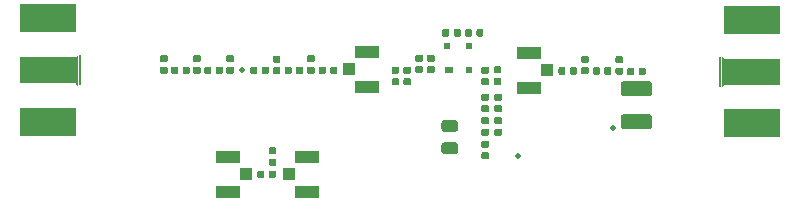
<source format=gbr>
G04 #@! TF.GenerationSoftware,KiCad,Pcbnew,5.1.2-f72e74a~84~ubuntu18.04.1*
G04 #@! TF.CreationDate,2019-07-13T09:23:27-04:00*
G04 #@! TF.ProjectId,iss-lna,6973732d-6c6e-4612-9e6b-696361645f70,rev?*
G04 #@! TF.SameCoordinates,Original*
G04 #@! TF.FileFunction,Paste,Top*
G04 #@! TF.FilePolarity,Positive*
%FSLAX46Y46*%
G04 Gerber Fmt 4.6, Leading zero omitted, Abs format (unit mm)*
G04 Created by KiCad (PCBNEW 5.1.2-f72e74a~84~ubuntu18.04.1) date 2019-07-13 09:23:27*
%MOMM*%
%LPD*%
G04 APERTURE LIST*
%ADD10R,4.830000X2.413000*%
%ADD11R,4.830000X2.286000*%
%ADD12C,0.165100*%
%ADD13C,0.100000*%
%ADD14R,0.254000X2.616200*%
%ADD15C,0.590000*%
%ADD16C,0.500000*%
%ADD17R,0.800000X0.600000*%
%ADD18R,0.600000X0.600000*%
%ADD19C,1.250000*%
%ADD20R,2.000000X1.050000*%
%ADD21R,1.050000X1.000000*%
%ADD22C,0.975000*%
G04 APERTURE END LIST*
D10*
X141300000Y-61881500D03*
D11*
X141300000Y-57500000D03*
D10*
X141300000Y-53118500D03*
D12*
X138802450Y-57500000D03*
D13*
G36*
X138719900Y-56191900D02*
G01*
X138885000Y-56357000D01*
X138885000Y-58643000D01*
X138719900Y-58808100D01*
X138719900Y-56191900D01*
X138719900Y-56191900D01*
G37*
D14*
X138592900Y-57500000D03*
D10*
X141315000Y-53118500D03*
X141300000Y-61881500D03*
X81665000Y-53008500D03*
D11*
X81665000Y-57390000D03*
D10*
X81665000Y-61771500D03*
D12*
X84162550Y-57390000D03*
D13*
G36*
X84245100Y-58698100D02*
G01*
X84080000Y-58533000D01*
X84080000Y-56247000D01*
X84245100Y-56081900D01*
X84245100Y-58698100D01*
X84245100Y-58698100D01*
G37*
D14*
X84372100Y-57390000D03*
D10*
X81650000Y-61771500D03*
X81665000Y-53008500D03*
D13*
G36*
X119936958Y-57070710D02*
G01*
X119951276Y-57072834D01*
X119965317Y-57076351D01*
X119978946Y-57081228D01*
X119992031Y-57087417D01*
X120004447Y-57094858D01*
X120016073Y-57103481D01*
X120026798Y-57113202D01*
X120036519Y-57123927D01*
X120045142Y-57135553D01*
X120052583Y-57147969D01*
X120058772Y-57161054D01*
X120063649Y-57174683D01*
X120067166Y-57188724D01*
X120069290Y-57203042D01*
X120070000Y-57217500D01*
X120070000Y-57512500D01*
X120069290Y-57526958D01*
X120067166Y-57541276D01*
X120063649Y-57555317D01*
X120058772Y-57568946D01*
X120052583Y-57582031D01*
X120045142Y-57594447D01*
X120036519Y-57606073D01*
X120026798Y-57616798D01*
X120016073Y-57626519D01*
X120004447Y-57635142D01*
X119992031Y-57642583D01*
X119978946Y-57648772D01*
X119965317Y-57653649D01*
X119951276Y-57657166D01*
X119936958Y-57659290D01*
X119922500Y-57660000D01*
X119577500Y-57660000D01*
X119563042Y-57659290D01*
X119548724Y-57657166D01*
X119534683Y-57653649D01*
X119521054Y-57648772D01*
X119507969Y-57642583D01*
X119495553Y-57635142D01*
X119483927Y-57626519D01*
X119473202Y-57616798D01*
X119463481Y-57606073D01*
X119454858Y-57594447D01*
X119447417Y-57582031D01*
X119441228Y-57568946D01*
X119436351Y-57555317D01*
X119432834Y-57541276D01*
X119430710Y-57526958D01*
X119430000Y-57512500D01*
X119430000Y-57217500D01*
X119430710Y-57203042D01*
X119432834Y-57188724D01*
X119436351Y-57174683D01*
X119441228Y-57161054D01*
X119447417Y-57147969D01*
X119454858Y-57135553D01*
X119463481Y-57123927D01*
X119473202Y-57113202D01*
X119483927Y-57103481D01*
X119495553Y-57094858D01*
X119507969Y-57087417D01*
X119521054Y-57081228D01*
X119534683Y-57076351D01*
X119548724Y-57072834D01*
X119563042Y-57070710D01*
X119577500Y-57070000D01*
X119922500Y-57070000D01*
X119936958Y-57070710D01*
X119936958Y-57070710D01*
G37*
D15*
X119750000Y-57365000D03*
D13*
G36*
X119936958Y-58040710D02*
G01*
X119951276Y-58042834D01*
X119965317Y-58046351D01*
X119978946Y-58051228D01*
X119992031Y-58057417D01*
X120004447Y-58064858D01*
X120016073Y-58073481D01*
X120026798Y-58083202D01*
X120036519Y-58093927D01*
X120045142Y-58105553D01*
X120052583Y-58117969D01*
X120058772Y-58131054D01*
X120063649Y-58144683D01*
X120067166Y-58158724D01*
X120069290Y-58173042D01*
X120070000Y-58187500D01*
X120070000Y-58482500D01*
X120069290Y-58496958D01*
X120067166Y-58511276D01*
X120063649Y-58525317D01*
X120058772Y-58538946D01*
X120052583Y-58552031D01*
X120045142Y-58564447D01*
X120036519Y-58576073D01*
X120026798Y-58586798D01*
X120016073Y-58596519D01*
X120004447Y-58605142D01*
X119992031Y-58612583D01*
X119978946Y-58618772D01*
X119965317Y-58623649D01*
X119951276Y-58627166D01*
X119936958Y-58629290D01*
X119922500Y-58630000D01*
X119577500Y-58630000D01*
X119563042Y-58629290D01*
X119548724Y-58627166D01*
X119534683Y-58623649D01*
X119521054Y-58618772D01*
X119507969Y-58612583D01*
X119495553Y-58605142D01*
X119483927Y-58596519D01*
X119473202Y-58586798D01*
X119463481Y-58576073D01*
X119454858Y-58564447D01*
X119447417Y-58552031D01*
X119441228Y-58538946D01*
X119436351Y-58525317D01*
X119432834Y-58511276D01*
X119430710Y-58496958D01*
X119430000Y-58482500D01*
X119430000Y-58187500D01*
X119430710Y-58173042D01*
X119432834Y-58158724D01*
X119436351Y-58144683D01*
X119441228Y-58131054D01*
X119447417Y-58117969D01*
X119454858Y-58105553D01*
X119463481Y-58093927D01*
X119473202Y-58083202D01*
X119483927Y-58073481D01*
X119495553Y-58064858D01*
X119507969Y-58057417D01*
X119521054Y-58051228D01*
X119534683Y-58046351D01*
X119548724Y-58042834D01*
X119563042Y-58040710D01*
X119577500Y-58040000D01*
X119922500Y-58040000D01*
X119936958Y-58040710D01*
X119936958Y-58040710D01*
G37*
D15*
X119750000Y-58335000D03*
D13*
G36*
X118421958Y-53905710D02*
G01*
X118436276Y-53907834D01*
X118450317Y-53911351D01*
X118463946Y-53916228D01*
X118477031Y-53922417D01*
X118489447Y-53929858D01*
X118501073Y-53938481D01*
X118511798Y-53948202D01*
X118521519Y-53958927D01*
X118530142Y-53970553D01*
X118537583Y-53982969D01*
X118543772Y-53996054D01*
X118548649Y-54009683D01*
X118552166Y-54023724D01*
X118554290Y-54038042D01*
X118555000Y-54052500D01*
X118555000Y-54397500D01*
X118554290Y-54411958D01*
X118552166Y-54426276D01*
X118548649Y-54440317D01*
X118543772Y-54453946D01*
X118537583Y-54467031D01*
X118530142Y-54479447D01*
X118521519Y-54491073D01*
X118511798Y-54501798D01*
X118501073Y-54511519D01*
X118489447Y-54520142D01*
X118477031Y-54527583D01*
X118463946Y-54533772D01*
X118450317Y-54538649D01*
X118436276Y-54542166D01*
X118421958Y-54544290D01*
X118407500Y-54545000D01*
X118112500Y-54545000D01*
X118098042Y-54544290D01*
X118083724Y-54542166D01*
X118069683Y-54538649D01*
X118056054Y-54533772D01*
X118042969Y-54527583D01*
X118030553Y-54520142D01*
X118018927Y-54511519D01*
X118008202Y-54501798D01*
X117998481Y-54491073D01*
X117989858Y-54479447D01*
X117982417Y-54467031D01*
X117976228Y-54453946D01*
X117971351Y-54440317D01*
X117967834Y-54426276D01*
X117965710Y-54411958D01*
X117965000Y-54397500D01*
X117965000Y-54052500D01*
X117965710Y-54038042D01*
X117967834Y-54023724D01*
X117971351Y-54009683D01*
X117976228Y-53996054D01*
X117982417Y-53982969D01*
X117989858Y-53970553D01*
X117998481Y-53958927D01*
X118008202Y-53948202D01*
X118018927Y-53938481D01*
X118030553Y-53929858D01*
X118042969Y-53922417D01*
X118056054Y-53916228D01*
X118069683Y-53911351D01*
X118083724Y-53907834D01*
X118098042Y-53905710D01*
X118112500Y-53905000D01*
X118407500Y-53905000D01*
X118421958Y-53905710D01*
X118421958Y-53905710D01*
G37*
D15*
X118260000Y-54225000D03*
D13*
G36*
X117451958Y-53905710D02*
G01*
X117466276Y-53907834D01*
X117480317Y-53911351D01*
X117493946Y-53916228D01*
X117507031Y-53922417D01*
X117519447Y-53929858D01*
X117531073Y-53938481D01*
X117541798Y-53948202D01*
X117551519Y-53958927D01*
X117560142Y-53970553D01*
X117567583Y-53982969D01*
X117573772Y-53996054D01*
X117578649Y-54009683D01*
X117582166Y-54023724D01*
X117584290Y-54038042D01*
X117585000Y-54052500D01*
X117585000Y-54397500D01*
X117584290Y-54411958D01*
X117582166Y-54426276D01*
X117578649Y-54440317D01*
X117573772Y-54453946D01*
X117567583Y-54467031D01*
X117560142Y-54479447D01*
X117551519Y-54491073D01*
X117541798Y-54501798D01*
X117531073Y-54511519D01*
X117519447Y-54520142D01*
X117507031Y-54527583D01*
X117493946Y-54533772D01*
X117480317Y-54538649D01*
X117466276Y-54542166D01*
X117451958Y-54544290D01*
X117437500Y-54545000D01*
X117142500Y-54545000D01*
X117128042Y-54544290D01*
X117113724Y-54542166D01*
X117099683Y-54538649D01*
X117086054Y-54533772D01*
X117072969Y-54527583D01*
X117060553Y-54520142D01*
X117048927Y-54511519D01*
X117038202Y-54501798D01*
X117028481Y-54491073D01*
X117019858Y-54479447D01*
X117012417Y-54467031D01*
X117006228Y-54453946D01*
X117001351Y-54440317D01*
X116997834Y-54426276D01*
X116995710Y-54411958D01*
X116995000Y-54397500D01*
X116995000Y-54052500D01*
X116995710Y-54038042D01*
X116997834Y-54023724D01*
X117001351Y-54009683D01*
X117006228Y-53996054D01*
X117012417Y-53982969D01*
X117019858Y-53970553D01*
X117028481Y-53958927D01*
X117038202Y-53948202D01*
X117048927Y-53938481D01*
X117060553Y-53929858D01*
X117072969Y-53922417D01*
X117086054Y-53916228D01*
X117099683Y-53911351D01*
X117113724Y-53907834D01*
X117128042Y-53905710D01*
X117142500Y-53905000D01*
X117437500Y-53905000D01*
X117451958Y-53905710D01*
X117451958Y-53905710D01*
G37*
D15*
X117290000Y-54225000D03*
D13*
G36*
X115526958Y-53905710D02*
G01*
X115541276Y-53907834D01*
X115555317Y-53911351D01*
X115568946Y-53916228D01*
X115582031Y-53922417D01*
X115594447Y-53929858D01*
X115606073Y-53938481D01*
X115616798Y-53948202D01*
X115626519Y-53958927D01*
X115635142Y-53970553D01*
X115642583Y-53982969D01*
X115648772Y-53996054D01*
X115653649Y-54009683D01*
X115657166Y-54023724D01*
X115659290Y-54038042D01*
X115660000Y-54052500D01*
X115660000Y-54397500D01*
X115659290Y-54411958D01*
X115657166Y-54426276D01*
X115653649Y-54440317D01*
X115648772Y-54453946D01*
X115642583Y-54467031D01*
X115635142Y-54479447D01*
X115626519Y-54491073D01*
X115616798Y-54501798D01*
X115606073Y-54511519D01*
X115594447Y-54520142D01*
X115582031Y-54527583D01*
X115568946Y-54533772D01*
X115555317Y-54538649D01*
X115541276Y-54542166D01*
X115526958Y-54544290D01*
X115512500Y-54545000D01*
X115217500Y-54545000D01*
X115203042Y-54544290D01*
X115188724Y-54542166D01*
X115174683Y-54538649D01*
X115161054Y-54533772D01*
X115147969Y-54527583D01*
X115135553Y-54520142D01*
X115123927Y-54511519D01*
X115113202Y-54501798D01*
X115103481Y-54491073D01*
X115094858Y-54479447D01*
X115087417Y-54467031D01*
X115081228Y-54453946D01*
X115076351Y-54440317D01*
X115072834Y-54426276D01*
X115070710Y-54411958D01*
X115070000Y-54397500D01*
X115070000Y-54052500D01*
X115070710Y-54038042D01*
X115072834Y-54023724D01*
X115076351Y-54009683D01*
X115081228Y-53996054D01*
X115087417Y-53982969D01*
X115094858Y-53970553D01*
X115103481Y-53958927D01*
X115113202Y-53948202D01*
X115123927Y-53938481D01*
X115135553Y-53929858D01*
X115147969Y-53922417D01*
X115161054Y-53916228D01*
X115174683Y-53911351D01*
X115188724Y-53907834D01*
X115203042Y-53905710D01*
X115217500Y-53905000D01*
X115512500Y-53905000D01*
X115526958Y-53905710D01*
X115526958Y-53905710D01*
G37*
D15*
X115365000Y-54225000D03*
D13*
G36*
X116496958Y-53905710D02*
G01*
X116511276Y-53907834D01*
X116525317Y-53911351D01*
X116538946Y-53916228D01*
X116552031Y-53922417D01*
X116564447Y-53929858D01*
X116576073Y-53938481D01*
X116586798Y-53948202D01*
X116596519Y-53958927D01*
X116605142Y-53970553D01*
X116612583Y-53982969D01*
X116618772Y-53996054D01*
X116623649Y-54009683D01*
X116627166Y-54023724D01*
X116629290Y-54038042D01*
X116630000Y-54052500D01*
X116630000Y-54397500D01*
X116629290Y-54411958D01*
X116627166Y-54426276D01*
X116623649Y-54440317D01*
X116618772Y-54453946D01*
X116612583Y-54467031D01*
X116605142Y-54479447D01*
X116596519Y-54491073D01*
X116586798Y-54501798D01*
X116576073Y-54511519D01*
X116564447Y-54520142D01*
X116552031Y-54527583D01*
X116538946Y-54533772D01*
X116525317Y-54538649D01*
X116511276Y-54542166D01*
X116496958Y-54544290D01*
X116482500Y-54545000D01*
X116187500Y-54545000D01*
X116173042Y-54544290D01*
X116158724Y-54542166D01*
X116144683Y-54538649D01*
X116131054Y-54533772D01*
X116117969Y-54527583D01*
X116105553Y-54520142D01*
X116093927Y-54511519D01*
X116083202Y-54501798D01*
X116073481Y-54491073D01*
X116064858Y-54479447D01*
X116057417Y-54467031D01*
X116051228Y-54453946D01*
X116046351Y-54440317D01*
X116042834Y-54426276D01*
X116040710Y-54411958D01*
X116040000Y-54397500D01*
X116040000Y-54052500D01*
X116040710Y-54038042D01*
X116042834Y-54023724D01*
X116046351Y-54009683D01*
X116051228Y-53996054D01*
X116057417Y-53982969D01*
X116064858Y-53970553D01*
X116073481Y-53958927D01*
X116083202Y-53948202D01*
X116093927Y-53938481D01*
X116105553Y-53929858D01*
X116117969Y-53922417D01*
X116131054Y-53916228D01*
X116144683Y-53911351D01*
X116158724Y-53907834D01*
X116173042Y-53905710D01*
X116187500Y-53905000D01*
X116482500Y-53905000D01*
X116496958Y-53905710D01*
X116496958Y-53905710D01*
G37*
D15*
X116335000Y-54225000D03*
D16*
X121500000Y-64650000D03*
X129500000Y-62250000D03*
X98100000Y-57400000D03*
D13*
G36*
X99876958Y-65880710D02*
G01*
X99891276Y-65882834D01*
X99905317Y-65886351D01*
X99918946Y-65891228D01*
X99932031Y-65897417D01*
X99944447Y-65904858D01*
X99956073Y-65913481D01*
X99966798Y-65923202D01*
X99976519Y-65933927D01*
X99985142Y-65945553D01*
X99992583Y-65957969D01*
X99998772Y-65971054D01*
X100003649Y-65984683D01*
X100007166Y-65998724D01*
X100009290Y-66013042D01*
X100010000Y-66027500D01*
X100010000Y-66372500D01*
X100009290Y-66386958D01*
X100007166Y-66401276D01*
X100003649Y-66415317D01*
X99998772Y-66428946D01*
X99992583Y-66442031D01*
X99985142Y-66454447D01*
X99976519Y-66466073D01*
X99966798Y-66476798D01*
X99956073Y-66486519D01*
X99944447Y-66495142D01*
X99932031Y-66502583D01*
X99918946Y-66508772D01*
X99905317Y-66513649D01*
X99891276Y-66517166D01*
X99876958Y-66519290D01*
X99862500Y-66520000D01*
X99567500Y-66520000D01*
X99553042Y-66519290D01*
X99538724Y-66517166D01*
X99524683Y-66513649D01*
X99511054Y-66508772D01*
X99497969Y-66502583D01*
X99485553Y-66495142D01*
X99473927Y-66486519D01*
X99463202Y-66476798D01*
X99453481Y-66466073D01*
X99444858Y-66454447D01*
X99437417Y-66442031D01*
X99431228Y-66428946D01*
X99426351Y-66415317D01*
X99422834Y-66401276D01*
X99420710Y-66386958D01*
X99420000Y-66372500D01*
X99420000Y-66027500D01*
X99420710Y-66013042D01*
X99422834Y-65998724D01*
X99426351Y-65984683D01*
X99431228Y-65971054D01*
X99437417Y-65957969D01*
X99444858Y-65945553D01*
X99453481Y-65933927D01*
X99463202Y-65923202D01*
X99473927Y-65913481D01*
X99485553Y-65904858D01*
X99497969Y-65897417D01*
X99511054Y-65891228D01*
X99524683Y-65886351D01*
X99538724Y-65882834D01*
X99553042Y-65880710D01*
X99567500Y-65880000D01*
X99862500Y-65880000D01*
X99876958Y-65880710D01*
X99876958Y-65880710D01*
G37*
D15*
X99715000Y-66200000D03*
D13*
G36*
X100846958Y-65880710D02*
G01*
X100861276Y-65882834D01*
X100875317Y-65886351D01*
X100888946Y-65891228D01*
X100902031Y-65897417D01*
X100914447Y-65904858D01*
X100926073Y-65913481D01*
X100936798Y-65923202D01*
X100946519Y-65933927D01*
X100955142Y-65945553D01*
X100962583Y-65957969D01*
X100968772Y-65971054D01*
X100973649Y-65984683D01*
X100977166Y-65998724D01*
X100979290Y-66013042D01*
X100980000Y-66027500D01*
X100980000Y-66372500D01*
X100979290Y-66386958D01*
X100977166Y-66401276D01*
X100973649Y-66415317D01*
X100968772Y-66428946D01*
X100962583Y-66442031D01*
X100955142Y-66454447D01*
X100946519Y-66466073D01*
X100936798Y-66476798D01*
X100926073Y-66486519D01*
X100914447Y-66495142D01*
X100902031Y-66502583D01*
X100888946Y-66508772D01*
X100875317Y-66513649D01*
X100861276Y-66517166D01*
X100846958Y-66519290D01*
X100832500Y-66520000D01*
X100537500Y-66520000D01*
X100523042Y-66519290D01*
X100508724Y-66517166D01*
X100494683Y-66513649D01*
X100481054Y-66508772D01*
X100467969Y-66502583D01*
X100455553Y-66495142D01*
X100443927Y-66486519D01*
X100433202Y-66476798D01*
X100423481Y-66466073D01*
X100414858Y-66454447D01*
X100407417Y-66442031D01*
X100401228Y-66428946D01*
X100396351Y-66415317D01*
X100392834Y-66401276D01*
X100390710Y-66386958D01*
X100390000Y-66372500D01*
X100390000Y-66027500D01*
X100390710Y-66013042D01*
X100392834Y-65998724D01*
X100396351Y-65984683D01*
X100401228Y-65971054D01*
X100407417Y-65957969D01*
X100414858Y-65945553D01*
X100423481Y-65933927D01*
X100433202Y-65923202D01*
X100443927Y-65913481D01*
X100455553Y-65904858D01*
X100467969Y-65897417D01*
X100481054Y-65891228D01*
X100494683Y-65886351D01*
X100508724Y-65882834D01*
X100523042Y-65880710D01*
X100537500Y-65880000D01*
X100832500Y-65880000D01*
X100846958Y-65880710D01*
X100846958Y-65880710D01*
G37*
D15*
X100685000Y-66200000D03*
D13*
G36*
X100886958Y-63920710D02*
G01*
X100901276Y-63922834D01*
X100915317Y-63926351D01*
X100928946Y-63931228D01*
X100942031Y-63937417D01*
X100954447Y-63944858D01*
X100966073Y-63953481D01*
X100976798Y-63963202D01*
X100986519Y-63973927D01*
X100995142Y-63985553D01*
X101002583Y-63997969D01*
X101008772Y-64011054D01*
X101013649Y-64024683D01*
X101017166Y-64038724D01*
X101019290Y-64053042D01*
X101020000Y-64067500D01*
X101020000Y-64362500D01*
X101019290Y-64376958D01*
X101017166Y-64391276D01*
X101013649Y-64405317D01*
X101008772Y-64418946D01*
X101002583Y-64432031D01*
X100995142Y-64444447D01*
X100986519Y-64456073D01*
X100976798Y-64466798D01*
X100966073Y-64476519D01*
X100954447Y-64485142D01*
X100942031Y-64492583D01*
X100928946Y-64498772D01*
X100915317Y-64503649D01*
X100901276Y-64507166D01*
X100886958Y-64509290D01*
X100872500Y-64510000D01*
X100527500Y-64510000D01*
X100513042Y-64509290D01*
X100498724Y-64507166D01*
X100484683Y-64503649D01*
X100471054Y-64498772D01*
X100457969Y-64492583D01*
X100445553Y-64485142D01*
X100433927Y-64476519D01*
X100423202Y-64466798D01*
X100413481Y-64456073D01*
X100404858Y-64444447D01*
X100397417Y-64432031D01*
X100391228Y-64418946D01*
X100386351Y-64405317D01*
X100382834Y-64391276D01*
X100380710Y-64376958D01*
X100380000Y-64362500D01*
X100380000Y-64067500D01*
X100380710Y-64053042D01*
X100382834Y-64038724D01*
X100386351Y-64024683D01*
X100391228Y-64011054D01*
X100397417Y-63997969D01*
X100404858Y-63985553D01*
X100413481Y-63973927D01*
X100423202Y-63963202D01*
X100433927Y-63953481D01*
X100445553Y-63944858D01*
X100457969Y-63937417D01*
X100471054Y-63931228D01*
X100484683Y-63926351D01*
X100498724Y-63922834D01*
X100513042Y-63920710D01*
X100527500Y-63920000D01*
X100872500Y-63920000D01*
X100886958Y-63920710D01*
X100886958Y-63920710D01*
G37*
D15*
X100700000Y-64215000D03*
D13*
G36*
X100886958Y-64890710D02*
G01*
X100901276Y-64892834D01*
X100915317Y-64896351D01*
X100928946Y-64901228D01*
X100942031Y-64907417D01*
X100954447Y-64914858D01*
X100966073Y-64923481D01*
X100976798Y-64933202D01*
X100986519Y-64943927D01*
X100995142Y-64955553D01*
X101002583Y-64967969D01*
X101008772Y-64981054D01*
X101013649Y-64994683D01*
X101017166Y-65008724D01*
X101019290Y-65023042D01*
X101020000Y-65037500D01*
X101020000Y-65332500D01*
X101019290Y-65346958D01*
X101017166Y-65361276D01*
X101013649Y-65375317D01*
X101008772Y-65388946D01*
X101002583Y-65402031D01*
X100995142Y-65414447D01*
X100986519Y-65426073D01*
X100976798Y-65436798D01*
X100966073Y-65446519D01*
X100954447Y-65455142D01*
X100942031Y-65462583D01*
X100928946Y-65468772D01*
X100915317Y-65473649D01*
X100901276Y-65477166D01*
X100886958Y-65479290D01*
X100872500Y-65480000D01*
X100527500Y-65480000D01*
X100513042Y-65479290D01*
X100498724Y-65477166D01*
X100484683Y-65473649D01*
X100471054Y-65468772D01*
X100457969Y-65462583D01*
X100445553Y-65455142D01*
X100433927Y-65446519D01*
X100423202Y-65436798D01*
X100413481Y-65426073D01*
X100404858Y-65414447D01*
X100397417Y-65402031D01*
X100391228Y-65388946D01*
X100386351Y-65375317D01*
X100382834Y-65361276D01*
X100380710Y-65346958D01*
X100380000Y-65332500D01*
X100380000Y-65037500D01*
X100380710Y-65023042D01*
X100382834Y-65008724D01*
X100386351Y-64994683D01*
X100391228Y-64981054D01*
X100397417Y-64967969D01*
X100404858Y-64955553D01*
X100413481Y-64943927D01*
X100423202Y-64933202D01*
X100433927Y-64923481D01*
X100445553Y-64914858D01*
X100457969Y-64907417D01*
X100471054Y-64901228D01*
X100484683Y-64896351D01*
X100498724Y-64892834D01*
X100513042Y-64890710D01*
X100527500Y-64890000D01*
X100872500Y-64890000D01*
X100886958Y-64890710D01*
X100886958Y-64890710D01*
G37*
D15*
X100700000Y-65185000D03*
D13*
G36*
X118886958Y-63370710D02*
G01*
X118901276Y-63372834D01*
X118915317Y-63376351D01*
X118928946Y-63381228D01*
X118942031Y-63387417D01*
X118954447Y-63394858D01*
X118966073Y-63403481D01*
X118976798Y-63413202D01*
X118986519Y-63423927D01*
X118995142Y-63435553D01*
X119002583Y-63447969D01*
X119008772Y-63461054D01*
X119013649Y-63474683D01*
X119017166Y-63488724D01*
X119019290Y-63503042D01*
X119020000Y-63517500D01*
X119020000Y-63812500D01*
X119019290Y-63826958D01*
X119017166Y-63841276D01*
X119013649Y-63855317D01*
X119008772Y-63868946D01*
X119002583Y-63882031D01*
X118995142Y-63894447D01*
X118986519Y-63906073D01*
X118976798Y-63916798D01*
X118966073Y-63926519D01*
X118954447Y-63935142D01*
X118942031Y-63942583D01*
X118928946Y-63948772D01*
X118915317Y-63953649D01*
X118901276Y-63957166D01*
X118886958Y-63959290D01*
X118872500Y-63960000D01*
X118527500Y-63960000D01*
X118513042Y-63959290D01*
X118498724Y-63957166D01*
X118484683Y-63953649D01*
X118471054Y-63948772D01*
X118457969Y-63942583D01*
X118445553Y-63935142D01*
X118433927Y-63926519D01*
X118423202Y-63916798D01*
X118413481Y-63906073D01*
X118404858Y-63894447D01*
X118397417Y-63882031D01*
X118391228Y-63868946D01*
X118386351Y-63855317D01*
X118382834Y-63841276D01*
X118380710Y-63826958D01*
X118380000Y-63812500D01*
X118380000Y-63517500D01*
X118380710Y-63503042D01*
X118382834Y-63488724D01*
X118386351Y-63474683D01*
X118391228Y-63461054D01*
X118397417Y-63447969D01*
X118404858Y-63435553D01*
X118413481Y-63423927D01*
X118423202Y-63413202D01*
X118433927Y-63403481D01*
X118445553Y-63394858D01*
X118457969Y-63387417D01*
X118471054Y-63381228D01*
X118484683Y-63376351D01*
X118498724Y-63372834D01*
X118513042Y-63370710D01*
X118527500Y-63370000D01*
X118872500Y-63370000D01*
X118886958Y-63370710D01*
X118886958Y-63370710D01*
G37*
D15*
X118700000Y-63665000D03*
D13*
G36*
X118886958Y-64340710D02*
G01*
X118901276Y-64342834D01*
X118915317Y-64346351D01*
X118928946Y-64351228D01*
X118942031Y-64357417D01*
X118954447Y-64364858D01*
X118966073Y-64373481D01*
X118976798Y-64383202D01*
X118986519Y-64393927D01*
X118995142Y-64405553D01*
X119002583Y-64417969D01*
X119008772Y-64431054D01*
X119013649Y-64444683D01*
X119017166Y-64458724D01*
X119019290Y-64473042D01*
X119020000Y-64487500D01*
X119020000Y-64782500D01*
X119019290Y-64796958D01*
X119017166Y-64811276D01*
X119013649Y-64825317D01*
X119008772Y-64838946D01*
X119002583Y-64852031D01*
X118995142Y-64864447D01*
X118986519Y-64876073D01*
X118976798Y-64886798D01*
X118966073Y-64896519D01*
X118954447Y-64905142D01*
X118942031Y-64912583D01*
X118928946Y-64918772D01*
X118915317Y-64923649D01*
X118901276Y-64927166D01*
X118886958Y-64929290D01*
X118872500Y-64930000D01*
X118527500Y-64930000D01*
X118513042Y-64929290D01*
X118498724Y-64927166D01*
X118484683Y-64923649D01*
X118471054Y-64918772D01*
X118457969Y-64912583D01*
X118445553Y-64905142D01*
X118433927Y-64896519D01*
X118423202Y-64886798D01*
X118413481Y-64876073D01*
X118404858Y-64864447D01*
X118397417Y-64852031D01*
X118391228Y-64838946D01*
X118386351Y-64825317D01*
X118382834Y-64811276D01*
X118380710Y-64796958D01*
X118380000Y-64782500D01*
X118380000Y-64487500D01*
X118380710Y-64473042D01*
X118382834Y-64458724D01*
X118386351Y-64444683D01*
X118391228Y-64431054D01*
X118397417Y-64417969D01*
X118404858Y-64405553D01*
X118413481Y-64393927D01*
X118423202Y-64383202D01*
X118433927Y-64373481D01*
X118445553Y-64364858D01*
X118457969Y-64357417D01*
X118471054Y-64351228D01*
X118484683Y-64346351D01*
X118498724Y-64342834D01*
X118513042Y-64340710D01*
X118527500Y-64340000D01*
X118872500Y-64340000D01*
X118886958Y-64340710D01*
X118886958Y-64340710D01*
G37*
D15*
X118700000Y-64635000D03*
D13*
G36*
X125361958Y-57130710D02*
G01*
X125376276Y-57132834D01*
X125390317Y-57136351D01*
X125403946Y-57141228D01*
X125417031Y-57147417D01*
X125429447Y-57154858D01*
X125441073Y-57163481D01*
X125451798Y-57173202D01*
X125461519Y-57183927D01*
X125470142Y-57195553D01*
X125477583Y-57207969D01*
X125483772Y-57221054D01*
X125488649Y-57234683D01*
X125492166Y-57248724D01*
X125494290Y-57263042D01*
X125495000Y-57277500D01*
X125495000Y-57622500D01*
X125494290Y-57636958D01*
X125492166Y-57651276D01*
X125488649Y-57665317D01*
X125483772Y-57678946D01*
X125477583Y-57692031D01*
X125470142Y-57704447D01*
X125461519Y-57716073D01*
X125451798Y-57726798D01*
X125441073Y-57736519D01*
X125429447Y-57745142D01*
X125417031Y-57752583D01*
X125403946Y-57758772D01*
X125390317Y-57763649D01*
X125376276Y-57767166D01*
X125361958Y-57769290D01*
X125347500Y-57770000D01*
X125052500Y-57770000D01*
X125038042Y-57769290D01*
X125023724Y-57767166D01*
X125009683Y-57763649D01*
X124996054Y-57758772D01*
X124982969Y-57752583D01*
X124970553Y-57745142D01*
X124958927Y-57736519D01*
X124948202Y-57726798D01*
X124938481Y-57716073D01*
X124929858Y-57704447D01*
X124922417Y-57692031D01*
X124916228Y-57678946D01*
X124911351Y-57665317D01*
X124907834Y-57651276D01*
X124905710Y-57636958D01*
X124905000Y-57622500D01*
X124905000Y-57277500D01*
X124905710Y-57263042D01*
X124907834Y-57248724D01*
X124911351Y-57234683D01*
X124916228Y-57221054D01*
X124922417Y-57207969D01*
X124929858Y-57195553D01*
X124938481Y-57183927D01*
X124948202Y-57173202D01*
X124958927Y-57163481D01*
X124970553Y-57154858D01*
X124982969Y-57147417D01*
X124996054Y-57141228D01*
X125009683Y-57136351D01*
X125023724Y-57132834D01*
X125038042Y-57130710D01*
X125052500Y-57130000D01*
X125347500Y-57130000D01*
X125361958Y-57130710D01*
X125361958Y-57130710D01*
G37*
D15*
X125200000Y-57450000D03*
D13*
G36*
X126331958Y-57130710D02*
G01*
X126346276Y-57132834D01*
X126360317Y-57136351D01*
X126373946Y-57141228D01*
X126387031Y-57147417D01*
X126399447Y-57154858D01*
X126411073Y-57163481D01*
X126421798Y-57173202D01*
X126431519Y-57183927D01*
X126440142Y-57195553D01*
X126447583Y-57207969D01*
X126453772Y-57221054D01*
X126458649Y-57234683D01*
X126462166Y-57248724D01*
X126464290Y-57263042D01*
X126465000Y-57277500D01*
X126465000Y-57622500D01*
X126464290Y-57636958D01*
X126462166Y-57651276D01*
X126458649Y-57665317D01*
X126453772Y-57678946D01*
X126447583Y-57692031D01*
X126440142Y-57704447D01*
X126431519Y-57716073D01*
X126421798Y-57726798D01*
X126411073Y-57736519D01*
X126399447Y-57745142D01*
X126387031Y-57752583D01*
X126373946Y-57758772D01*
X126360317Y-57763649D01*
X126346276Y-57767166D01*
X126331958Y-57769290D01*
X126317500Y-57770000D01*
X126022500Y-57770000D01*
X126008042Y-57769290D01*
X125993724Y-57767166D01*
X125979683Y-57763649D01*
X125966054Y-57758772D01*
X125952969Y-57752583D01*
X125940553Y-57745142D01*
X125928927Y-57736519D01*
X125918202Y-57726798D01*
X125908481Y-57716073D01*
X125899858Y-57704447D01*
X125892417Y-57692031D01*
X125886228Y-57678946D01*
X125881351Y-57665317D01*
X125877834Y-57651276D01*
X125875710Y-57636958D01*
X125875000Y-57622500D01*
X125875000Y-57277500D01*
X125875710Y-57263042D01*
X125877834Y-57248724D01*
X125881351Y-57234683D01*
X125886228Y-57221054D01*
X125892417Y-57207969D01*
X125899858Y-57195553D01*
X125908481Y-57183927D01*
X125918202Y-57173202D01*
X125928927Y-57163481D01*
X125940553Y-57154858D01*
X125952969Y-57147417D01*
X125966054Y-57141228D01*
X125979683Y-57136351D01*
X125993724Y-57132834D01*
X126008042Y-57130710D01*
X126022500Y-57130000D01*
X126317500Y-57130000D01*
X126331958Y-57130710D01*
X126331958Y-57130710D01*
G37*
D15*
X126170000Y-57450000D03*
D13*
G36*
X118886958Y-59370710D02*
G01*
X118901276Y-59372834D01*
X118915317Y-59376351D01*
X118928946Y-59381228D01*
X118942031Y-59387417D01*
X118954447Y-59394858D01*
X118966073Y-59403481D01*
X118976798Y-59413202D01*
X118986519Y-59423927D01*
X118995142Y-59435553D01*
X119002583Y-59447969D01*
X119008772Y-59461054D01*
X119013649Y-59474683D01*
X119017166Y-59488724D01*
X119019290Y-59503042D01*
X119020000Y-59517500D01*
X119020000Y-59812500D01*
X119019290Y-59826958D01*
X119017166Y-59841276D01*
X119013649Y-59855317D01*
X119008772Y-59868946D01*
X119002583Y-59882031D01*
X118995142Y-59894447D01*
X118986519Y-59906073D01*
X118976798Y-59916798D01*
X118966073Y-59926519D01*
X118954447Y-59935142D01*
X118942031Y-59942583D01*
X118928946Y-59948772D01*
X118915317Y-59953649D01*
X118901276Y-59957166D01*
X118886958Y-59959290D01*
X118872500Y-59960000D01*
X118527500Y-59960000D01*
X118513042Y-59959290D01*
X118498724Y-59957166D01*
X118484683Y-59953649D01*
X118471054Y-59948772D01*
X118457969Y-59942583D01*
X118445553Y-59935142D01*
X118433927Y-59926519D01*
X118423202Y-59916798D01*
X118413481Y-59906073D01*
X118404858Y-59894447D01*
X118397417Y-59882031D01*
X118391228Y-59868946D01*
X118386351Y-59855317D01*
X118382834Y-59841276D01*
X118380710Y-59826958D01*
X118380000Y-59812500D01*
X118380000Y-59517500D01*
X118380710Y-59503042D01*
X118382834Y-59488724D01*
X118386351Y-59474683D01*
X118391228Y-59461054D01*
X118397417Y-59447969D01*
X118404858Y-59435553D01*
X118413481Y-59423927D01*
X118423202Y-59413202D01*
X118433927Y-59403481D01*
X118445553Y-59394858D01*
X118457969Y-59387417D01*
X118471054Y-59381228D01*
X118484683Y-59376351D01*
X118498724Y-59372834D01*
X118513042Y-59370710D01*
X118527500Y-59370000D01*
X118872500Y-59370000D01*
X118886958Y-59370710D01*
X118886958Y-59370710D01*
G37*
D15*
X118700000Y-59665000D03*
D13*
G36*
X118886958Y-60340710D02*
G01*
X118901276Y-60342834D01*
X118915317Y-60346351D01*
X118928946Y-60351228D01*
X118942031Y-60357417D01*
X118954447Y-60364858D01*
X118966073Y-60373481D01*
X118976798Y-60383202D01*
X118986519Y-60393927D01*
X118995142Y-60405553D01*
X119002583Y-60417969D01*
X119008772Y-60431054D01*
X119013649Y-60444683D01*
X119017166Y-60458724D01*
X119019290Y-60473042D01*
X119020000Y-60487500D01*
X119020000Y-60782500D01*
X119019290Y-60796958D01*
X119017166Y-60811276D01*
X119013649Y-60825317D01*
X119008772Y-60838946D01*
X119002583Y-60852031D01*
X118995142Y-60864447D01*
X118986519Y-60876073D01*
X118976798Y-60886798D01*
X118966073Y-60896519D01*
X118954447Y-60905142D01*
X118942031Y-60912583D01*
X118928946Y-60918772D01*
X118915317Y-60923649D01*
X118901276Y-60927166D01*
X118886958Y-60929290D01*
X118872500Y-60930000D01*
X118527500Y-60930000D01*
X118513042Y-60929290D01*
X118498724Y-60927166D01*
X118484683Y-60923649D01*
X118471054Y-60918772D01*
X118457969Y-60912583D01*
X118445553Y-60905142D01*
X118433927Y-60896519D01*
X118423202Y-60886798D01*
X118413481Y-60876073D01*
X118404858Y-60864447D01*
X118397417Y-60852031D01*
X118391228Y-60838946D01*
X118386351Y-60825317D01*
X118382834Y-60811276D01*
X118380710Y-60796958D01*
X118380000Y-60782500D01*
X118380000Y-60487500D01*
X118380710Y-60473042D01*
X118382834Y-60458724D01*
X118386351Y-60444683D01*
X118391228Y-60431054D01*
X118397417Y-60417969D01*
X118404858Y-60405553D01*
X118413481Y-60393927D01*
X118423202Y-60383202D01*
X118433927Y-60373481D01*
X118445553Y-60364858D01*
X118457969Y-60357417D01*
X118471054Y-60351228D01*
X118484683Y-60346351D01*
X118498724Y-60342834D01*
X118513042Y-60340710D01*
X118527500Y-60340000D01*
X118872500Y-60340000D01*
X118886958Y-60340710D01*
X118886958Y-60340710D01*
G37*
D15*
X118700000Y-60635000D03*
D13*
G36*
X114286958Y-56070710D02*
G01*
X114301276Y-56072834D01*
X114315317Y-56076351D01*
X114328946Y-56081228D01*
X114342031Y-56087417D01*
X114354447Y-56094858D01*
X114366073Y-56103481D01*
X114376798Y-56113202D01*
X114386519Y-56123927D01*
X114395142Y-56135553D01*
X114402583Y-56147969D01*
X114408772Y-56161054D01*
X114413649Y-56174683D01*
X114417166Y-56188724D01*
X114419290Y-56203042D01*
X114420000Y-56217500D01*
X114420000Y-56512500D01*
X114419290Y-56526958D01*
X114417166Y-56541276D01*
X114413649Y-56555317D01*
X114408772Y-56568946D01*
X114402583Y-56582031D01*
X114395142Y-56594447D01*
X114386519Y-56606073D01*
X114376798Y-56616798D01*
X114366073Y-56626519D01*
X114354447Y-56635142D01*
X114342031Y-56642583D01*
X114328946Y-56648772D01*
X114315317Y-56653649D01*
X114301276Y-56657166D01*
X114286958Y-56659290D01*
X114272500Y-56660000D01*
X113927500Y-56660000D01*
X113913042Y-56659290D01*
X113898724Y-56657166D01*
X113884683Y-56653649D01*
X113871054Y-56648772D01*
X113857969Y-56642583D01*
X113845553Y-56635142D01*
X113833927Y-56626519D01*
X113823202Y-56616798D01*
X113813481Y-56606073D01*
X113804858Y-56594447D01*
X113797417Y-56582031D01*
X113791228Y-56568946D01*
X113786351Y-56555317D01*
X113782834Y-56541276D01*
X113780710Y-56526958D01*
X113780000Y-56512500D01*
X113780000Y-56217500D01*
X113780710Y-56203042D01*
X113782834Y-56188724D01*
X113786351Y-56174683D01*
X113791228Y-56161054D01*
X113797417Y-56147969D01*
X113804858Y-56135553D01*
X113813481Y-56123927D01*
X113823202Y-56113202D01*
X113833927Y-56103481D01*
X113845553Y-56094858D01*
X113857969Y-56087417D01*
X113871054Y-56081228D01*
X113884683Y-56076351D01*
X113898724Y-56072834D01*
X113913042Y-56070710D01*
X113927500Y-56070000D01*
X114272500Y-56070000D01*
X114286958Y-56070710D01*
X114286958Y-56070710D01*
G37*
D15*
X114100000Y-56365000D03*
D13*
G36*
X114286958Y-57040710D02*
G01*
X114301276Y-57042834D01*
X114315317Y-57046351D01*
X114328946Y-57051228D01*
X114342031Y-57057417D01*
X114354447Y-57064858D01*
X114366073Y-57073481D01*
X114376798Y-57083202D01*
X114386519Y-57093927D01*
X114395142Y-57105553D01*
X114402583Y-57117969D01*
X114408772Y-57131054D01*
X114413649Y-57144683D01*
X114417166Y-57158724D01*
X114419290Y-57173042D01*
X114420000Y-57187500D01*
X114420000Y-57482500D01*
X114419290Y-57496958D01*
X114417166Y-57511276D01*
X114413649Y-57525317D01*
X114408772Y-57538946D01*
X114402583Y-57552031D01*
X114395142Y-57564447D01*
X114386519Y-57576073D01*
X114376798Y-57586798D01*
X114366073Y-57596519D01*
X114354447Y-57605142D01*
X114342031Y-57612583D01*
X114328946Y-57618772D01*
X114315317Y-57623649D01*
X114301276Y-57627166D01*
X114286958Y-57629290D01*
X114272500Y-57630000D01*
X113927500Y-57630000D01*
X113913042Y-57629290D01*
X113898724Y-57627166D01*
X113884683Y-57623649D01*
X113871054Y-57618772D01*
X113857969Y-57612583D01*
X113845553Y-57605142D01*
X113833927Y-57596519D01*
X113823202Y-57586798D01*
X113813481Y-57576073D01*
X113804858Y-57564447D01*
X113797417Y-57552031D01*
X113791228Y-57538946D01*
X113786351Y-57525317D01*
X113782834Y-57511276D01*
X113780710Y-57496958D01*
X113780000Y-57482500D01*
X113780000Y-57187500D01*
X113780710Y-57173042D01*
X113782834Y-57158724D01*
X113786351Y-57144683D01*
X113791228Y-57131054D01*
X113797417Y-57117969D01*
X113804858Y-57105553D01*
X113813481Y-57093927D01*
X113823202Y-57083202D01*
X113833927Y-57073481D01*
X113845553Y-57064858D01*
X113857969Y-57057417D01*
X113871054Y-57051228D01*
X113884683Y-57046351D01*
X113898724Y-57042834D01*
X113913042Y-57040710D01*
X113927500Y-57040000D01*
X114272500Y-57040000D01*
X114286958Y-57040710D01*
X114286958Y-57040710D01*
G37*
D15*
X114100000Y-57335000D03*
D13*
G36*
X112286958Y-57100710D02*
G01*
X112301276Y-57102834D01*
X112315317Y-57106351D01*
X112328946Y-57111228D01*
X112342031Y-57117417D01*
X112354447Y-57124858D01*
X112366073Y-57133481D01*
X112376798Y-57143202D01*
X112386519Y-57153927D01*
X112395142Y-57165553D01*
X112402583Y-57177969D01*
X112408772Y-57191054D01*
X112413649Y-57204683D01*
X112417166Y-57218724D01*
X112419290Y-57233042D01*
X112420000Y-57247500D01*
X112420000Y-57542500D01*
X112419290Y-57556958D01*
X112417166Y-57571276D01*
X112413649Y-57585317D01*
X112408772Y-57598946D01*
X112402583Y-57612031D01*
X112395142Y-57624447D01*
X112386519Y-57636073D01*
X112376798Y-57646798D01*
X112366073Y-57656519D01*
X112354447Y-57665142D01*
X112342031Y-57672583D01*
X112328946Y-57678772D01*
X112315317Y-57683649D01*
X112301276Y-57687166D01*
X112286958Y-57689290D01*
X112272500Y-57690000D01*
X111927500Y-57690000D01*
X111913042Y-57689290D01*
X111898724Y-57687166D01*
X111884683Y-57683649D01*
X111871054Y-57678772D01*
X111857969Y-57672583D01*
X111845553Y-57665142D01*
X111833927Y-57656519D01*
X111823202Y-57646798D01*
X111813481Y-57636073D01*
X111804858Y-57624447D01*
X111797417Y-57612031D01*
X111791228Y-57598946D01*
X111786351Y-57585317D01*
X111782834Y-57571276D01*
X111780710Y-57556958D01*
X111780000Y-57542500D01*
X111780000Y-57247500D01*
X111780710Y-57233042D01*
X111782834Y-57218724D01*
X111786351Y-57204683D01*
X111791228Y-57191054D01*
X111797417Y-57177969D01*
X111804858Y-57165553D01*
X111813481Y-57153927D01*
X111823202Y-57143202D01*
X111833927Y-57133481D01*
X111845553Y-57124858D01*
X111857969Y-57117417D01*
X111871054Y-57111228D01*
X111884683Y-57106351D01*
X111898724Y-57102834D01*
X111913042Y-57100710D01*
X111927500Y-57100000D01*
X112272500Y-57100000D01*
X112286958Y-57100710D01*
X112286958Y-57100710D01*
G37*
D15*
X112100000Y-57395000D03*
D13*
G36*
X112286958Y-58070710D02*
G01*
X112301276Y-58072834D01*
X112315317Y-58076351D01*
X112328946Y-58081228D01*
X112342031Y-58087417D01*
X112354447Y-58094858D01*
X112366073Y-58103481D01*
X112376798Y-58113202D01*
X112386519Y-58123927D01*
X112395142Y-58135553D01*
X112402583Y-58147969D01*
X112408772Y-58161054D01*
X112413649Y-58174683D01*
X112417166Y-58188724D01*
X112419290Y-58203042D01*
X112420000Y-58217500D01*
X112420000Y-58512500D01*
X112419290Y-58526958D01*
X112417166Y-58541276D01*
X112413649Y-58555317D01*
X112408772Y-58568946D01*
X112402583Y-58582031D01*
X112395142Y-58594447D01*
X112386519Y-58606073D01*
X112376798Y-58616798D01*
X112366073Y-58626519D01*
X112354447Y-58635142D01*
X112342031Y-58642583D01*
X112328946Y-58648772D01*
X112315317Y-58653649D01*
X112301276Y-58657166D01*
X112286958Y-58659290D01*
X112272500Y-58660000D01*
X111927500Y-58660000D01*
X111913042Y-58659290D01*
X111898724Y-58657166D01*
X111884683Y-58653649D01*
X111871054Y-58648772D01*
X111857969Y-58642583D01*
X111845553Y-58635142D01*
X111833927Y-58626519D01*
X111823202Y-58616798D01*
X111813481Y-58606073D01*
X111804858Y-58594447D01*
X111797417Y-58582031D01*
X111791228Y-58568946D01*
X111786351Y-58555317D01*
X111782834Y-58541276D01*
X111780710Y-58526958D01*
X111780000Y-58512500D01*
X111780000Y-58217500D01*
X111780710Y-58203042D01*
X111782834Y-58188724D01*
X111786351Y-58174683D01*
X111791228Y-58161054D01*
X111797417Y-58147969D01*
X111804858Y-58135553D01*
X111813481Y-58123927D01*
X111823202Y-58113202D01*
X111833927Y-58103481D01*
X111845553Y-58094858D01*
X111857969Y-58087417D01*
X111871054Y-58081228D01*
X111884683Y-58076351D01*
X111898724Y-58072834D01*
X111913042Y-58070710D01*
X111927500Y-58070000D01*
X112272500Y-58070000D01*
X112286958Y-58070710D01*
X112286958Y-58070710D01*
G37*
D15*
X112100000Y-58365000D03*
D13*
G36*
X113286958Y-56070710D02*
G01*
X113301276Y-56072834D01*
X113315317Y-56076351D01*
X113328946Y-56081228D01*
X113342031Y-56087417D01*
X113354447Y-56094858D01*
X113366073Y-56103481D01*
X113376798Y-56113202D01*
X113386519Y-56123927D01*
X113395142Y-56135553D01*
X113402583Y-56147969D01*
X113408772Y-56161054D01*
X113413649Y-56174683D01*
X113417166Y-56188724D01*
X113419290Y-56203042D01*
X113420000Y-56217500D01*
X113420000Y-56512500D01*
X113419290Y-56526958D01*
X113417166Y-56541276D01*
X113413649Y-56555317D01*
X113408772Y-56568946D01*
X113402583Y-56582031D01*
X113395142Y-56594447D01*
X113386519Y-56606073D01*
X113376798Y-56616798D01*
X113366073Y-56626519D01*
X113354447Y-56635142D01*
X113342031Y-56642583D01*
X113328946Y-56648772D01*
X113315317Y-56653649D01*
X113301276Y-56657166D01*
X113286958Y-56659290D01*
X113272500Y-56660000D01*
X112927500Y-56660000D01*
X112913042Y-56659290D01*
X112898724Y-56657166D01*
X112884683Y-56653649D01*
X112871054Y-56648772D01*
X112857969Y-56642583D01*
X112845553Y-56635142D01*
X112833927Y-56626519D01*
X112823202Y-56616798D01*
X112813481Y-56606073D01*
X112804858Y-56594447D01*
X112797417Y-56582031D01*
X112791228Y-56568946D01*
X112786351Y-56555317D01*
X112782834Y-56541276D01*
X112780710Y-56526958D01*
X112780000Y-56512500D01*
X112780000Y-56217500D01*
X112780710Y-56203042D01*
X112782834Y-56188724D01*
X112786351Y-56174683D01*
X112791228Y-56161054D01*
X112797417Y-56147969D01*
X112804858Y-56135553D01*
X112813481Y-56123927D01*
X112823202Y-56113202D01*
X112833927Y-56103481D01*
X112845553Y-56094858D01*
X112857969Y-56087417D01*
X112871054Y-56081228D01*
X112884683Y-56076351D01*
X112898724Y-56072834D01*
X112913042Y-56070710D01*
X112927500Y-56070000D01*
X113272500Y-56070000D01*
X113286958Y-56070710D01*
X113286958Y-56070710D01*
G37*
D15*
X113100000Y-56365000D03*
D13*
G36*
X113286958Y-57040710D02*
G01*
X113301276Y-57042834D01*
X113315317Y-57046351D01*
X113328946Y-57051228D01*
X113342031Y-57057417D01*
X113354447Y-57064858D01*
X113366073Y-57073481D01*
X113376798Y-57083202D01*
X113386519Y-57093927D01*
X113395142Y-57105553D01*
X113402583Y-57117969D01*
X113408772Y-57131054D01*
X113413649Y-57144683D01*
X113417166Y-57158724D01*
X113419290Y-57173042D01*
X113420000Y-57187500D01*
X113420000Y-57482500D01*
X113419290Y-57496958D01*
X113417166Y-57511276D01*
X113413649Y-57525317D01*
X113408772Y-57538946D01*
X113402583Y-57552031D01*
X113395142Y-57564447D01*
X113386519Y-57576073D01*
X113376798Y-57586798D01*
X113366073Y-57596519D01*
X113354447Y-57605142D01*
X113342031Y-57612583D01*
X113328946Y-57618772D01*
X113315317Y-57623649D01*
X113301276Y-57627166D01*
X113286958Y-57629290D01*
X113272500Y-57630000D01*
X112927500Y-57630000D01*
X112913042Y-57629290D01*
X112898724Y-57627166D01*
X112884683Y-57623649D01*
X112871054Y-57618772D01*
X112857969Y-57612583D01*
X112845553Y-57605142D01*
X112833927Y-57596519D01*
X112823202Y-57586798D01*
X112813481Y-57576073D01*
X112804858Y-57564447D01*
X112797417Y-57552031D01*
X112791228Y-57538946D01*
X112786351Y-57525317D01*
X112782834Y-57511276D01*
X112780710Y-57496958D01*
X112780000Y-57482500D01*
X112780000Y-57187500D01*
X112780710Y-57173042D01*
X112782834Y-57158724D01*
X112786351Y-57144683D01*
X112791228Y-57131054D01*
X112797417Y-57117969D01*
X112804858Y-57105553D01*
X112813481Y-57093927D01*
X112823202Y-57083202D01*
X112833927Y-57073481D01*
X112845553Y-57064858D01*
X112857969Y-57057417D01*
X112871054Y-57051228D01*
X112884683Y-57046351D01*
X112898724Y-57042834D01*
X112913042Y-57040710D01*
X112927500Y-57040000D01*
X113272500Y-57040000D01*
X113286958Y-57040710D01*
X113286958Y-57040710D01*
G37*
D15*
X113100000Y-57335000D03*
D13*
G36*
X111276958Y-57110710D02*
G01*
X111291276Y-57112834D01*
X111305317Y-57116351D01*
X111318946Y-57121228D01*
X111332031Y-57127417D01*
X111344447Y-57134858D01*
X111356073Y-57143481D01*
X111366798Y-57153202D01*
X111376519Y-57163927D01*
X111385142Y-57175553D01*
X111392583Y-57187969D01*
X111398772Y-57201054D01*
X111403649Y-57214683D01*
X111407166Y-57228724D01*
X111409290Y-57243042D01*
X111410000Y-57257500D01*
X111410000Y-57552500D01*
X111409290Y-57566958D01*
X111407166Y-57581276D01*
X111403649Y-57595317D01*
X111398772Y-57608946D01*
X111392583Y-57622031D01*
X111385142Y-57634447D01*
X111376519Y-57646073D01*
X111366798Y-57656798D01*
X111356073Y-57666519D01*
X111344447Y-57675142D01*
X111332031Y-57682583D01*
X111318946Y-57688772D01*
X111305317Y-57693649D01*
X111291276Y-57697166D01*
X111276958Y-57699290D01*
X111262500Y-57700000D01*
X110917500Y-57700000D01*
X110903042Y-57699290D01*
X110888724Y-57697166D01*
X110874683Y-57693649D01*
X110861054Y-57688772D01*
X110847969Y-57682583D01*
X110835553Y-57675142D01*
X110823927Y-57666519D01*
X110813202Y-57656798D01*
X110803481Y-57646073D01*
X110794858Y-57634447D01*
X110787417Y-57622031D01*
X110781228Y-57608946D01*
X110776351Y-57595317D01*
X110772834Y-57581276D01*
X110770710Y-57566958D01*
X110770000Y-57552500D01*
X110770000Y-57257500D01*
X110770710Y-57243042D01*
X110772834Y-57228724D01*
X110776351Y-57214683D01*
X110781228Y-57201054D01*
X110787417Y-57187969D01*
X110794858Y-57175553D01*
X110803481Y-57163927D01*
X110813202Y-57153202D01*
X110823927Y-57143481D01*
X110835553Y-57134858D01*
X110847969Y-57127417D01*
X110861054Y-57121228D01*
X110874683Y-57116351D01*
X110888724Y-57112834D01*
X110903042Y-57110710D01*
X110917500Y-57110000D01*
X111262500Y-57110000D01*
X111276958Y-57110710D01*
X111276958Y-57110710D01*
G37*
D15*
X111090000Y-57405000D03*
D13*
G36*
X111276958Y-58080710D02*
G01*
X111291276Y-58082834D01*
X111305317Y-58086351D01*
X111318946Y-58091228D01*
X111332031Y-58097417D01*
X111344447Y-58104858D01*
X111356073Y-58113481D01*
X111366798Y-58123202D01*
X111376519Y-58133927D01*
X111385142Y-58145553D01*
X111392583Y-58157969D01*
X111398772Y-58171054D01*
X111403649Y-58184683D01*
X111407166Y-58198724D01*
X111409290Y-58213042D01*
X111410000Y-58227500D01*
X111410000Y-58522500D01*
X111409290Y-58536958D01*
X111407166Y-58551276D01*
X111403649Y-58565317D01*
X111398772Y-58578946D01*
X111392583Y-58592031D01*
X111385142Y-58604447D01*
X111376519Y-58616073D01*
X111366798Y-58626798D01*
X111356073Y-58636519D01*
X111344447Y-58645142D01*
X111332031Y-58652583D01*
X111318946Y-58658772D01*
X111305317Y-58663649D01*
X111291276Y-58667166D01*
X111276958Y-58669290D01*
X111262500Y-58670000D01*
X110917500Y-58670000D01*
X110903042Y-58669290D01*
X110888724Y-58667166D01*
X110874683Y-58663649D01*
X110861054Y-58658772D01*
X110847969Y-58652583D01*
X110835553Y-58645142D01*
X110823927Y-58636519D01*
X110813202Y-58626798D01*
X110803481Y-58616073D01*
X110794858Y-58604447D01*
X110787417Y-58592031D01*
X110781228Y-58578946D01*
X110776351Y-58565317D01*
X110772834Y-58551276D01*
X110770710Y-58536958D01*
X110770000Y-58522500D01*
X110770000Y-58227500D01*
X110770710Y-58213042D01*
X110772834Y-58198724D01*
X110776351Y-58184683D01*
X110781228Y-58171054D01*
X110787417Y-58157969D01*
X110794858Y-58145553D01*
X110803481Y-58133927D01*
X110813202Y-58123202D01*
X110823927Y-58113481D01*
X110835553Y-58104858D01*
X110847969Y-58097417D01*
X110861054Y-58091228D01*
X110874683Y-58086351D01*
X110888724Y-58082834D01*
X110903042Y-58080710D01*
X110917500Y-58080000D01*
X111262500Y-58080000D01*
X111276958Y-58080710D01*
X111276958Y-58080710D01*
G37*
D15*
X111090000Y-58375000D03*
D13*
G36*
X105076958Y-57080710D02*
G01*
X105091276Y-57082834D01*
X105105317Y-57086351D01*
X105118946Y-57091228D01*
X105132031Y-57097417D01*
X105144447Y-57104858D01*
X105156073Y-57113481D01*
X105166798Y-57123202D01*
X105176519Y-57133927D01*
X105185142Y-57145553D01*
X105192583Y-57157969D01*
X105198772Y-57171054D01*
X105203649Y-57184683D01*
X105207166Y-57198724D01*
X105209290Y-57213042D01*
X105210000Y-57227500D01*
X105210000Y-57572500D01*
X105209290Y-57586958D01*
X105207166Y-57601276D01*
X105203649Y-57615317D01*
X105198772Y-57628946D01*
X105192583Y-57642031D01*
X105185142Y-57654447D01*
X105176519Y-57666073D01*
X105166798Y-57676798D01*
X105156073Y-57686519D01*
X105144447Y-57695142D01*
X105132031Y-57702583D01*
X105118946Y-57708772D01*
X105105317Y-57713649D01*
X105091276Y-57717166D01*
X105076958Y-57719290D01*
X105062500Y-57720000D01*
X104767500Y-57720000D01*
X104753042Y-57719290D01*
X104738724Y-57717166D01*
X104724683Y-57713649D01*
X104711054Y-57708772D01*
X104697969Y-57702583D01*
X104685553Y-57695142D01*
X104673927Y-57686519D01*
X104663202Y-57676798D01*
X104653481Y-57666073D01*
X104644858Y-57654447D01*
X104637417Y-57642031D01*
X104631228Y-57628946D01*
X104626351Y-57615317D01*
X104622834Y-57601276D01*
X104620710Y-57586958D01*
X104620000Y-57572500D01*
X104620000Y-57227500D01*
X104620710Y-57213042D01*
X104622834Y-57198724D01*
X104626351Y-57184683D01*
X104631228Y-57171054D01*
X104637417Y-57157969D01*
X104644858Y-57145553D01*
X104653481Y-57133927D01*
X104663202Y-57123202D01*
X104673927Y-57113481D01*
X104685553Y-57104858D01*
X104697969Y-57097417D01*
X104711054Y-57091228D01*
X104724683Y-57086351D01*
X104738724Y-57082834D01*
X104753042Y-57080710D01*
X104767500Y-57080000D01*
X105062500Y-57080000D01*
X105076958Y-57080710D01*
X105076958Y-57080710D01*
G37*
D15*
X104915000Y-57400000D03*
D13*
G36*
X106046958Y-57080710D02*
G01*
X106061276Y-57082834D01*
X106075317Y-57086351D01*
X106088946Y-57091228D01*
X106102031Y-57097417D01*
X106114447Y-57104858D01*
X106126073Y-57113481D01*
X106136798Y-57123202D01*
X106146519Y-57133927D01*
X106155142Y-57145553D01*
X106162583Y-57157969D01*
X106168772Y-57171054D01*
X106173649Y-57184683D01*
X106177166Y-57198724D01*
X106179290Y-57213042D01*
X106180000Y-57227500D01*
X106180000Y-57572500D01*
X106179290Y-57586958D01*
X106177166Y-57601276D01*
X106173649Y-57615317D01*
X106168772Y-57628946D01*
X106162583Y-57642031D01*
X106155142Y-57654447D01*
X106146519Y-57666073D01*
X106136798Y-57676798D01*
X106126073Y-57686519D01*
X106114447Y-57695142D01*
X106102031Y-57702583D01*
X106088946Y-57708772D01*
X106075317Y-57713649D01*
X106061276Y-57717166D01*
X106046958Y-57719290D01*
X106032500Y-57720000D01*
X105737500Y-57720000D01*
X105723042Y-57719290D01*
X105708724Y-57717166D01*
X105694683Y-57713649D01*
X105681054Y-57708772D01*
X105667969Y-57702583D01*
X105655553Y-57695142D01*
X105643927Y-57686519D01*
X105633202Y-57676798D01*
X105623481Y-57666073D01*
X105614858Y-57654447D01*
X105607417Y-57642031D01*
X105601228Y-57628946D01*
X105596351Y-57615317D01*
X105592834Y-57601276D01*
X105590710Y-57586958D01*
X105590000Y-57572500D01*
X105590000Y-57227500D01*
X105590710Y-57213042D01*
X105592834Y-57198724D01*
X105596351Y-57184683D01*
X105601228Y-57171054D01*
X105607417Y-57157969D01*
X105614858Y-57145553D01*
X105623481Y-57133927D01*
X105633202Y-57123202D01*
X105643927Y-57113481D01*
X105655553Y-57104858D01*
X105667969Y-57097417D01*
X105681054Y-57091228D01*
X105694683Y-57086351D01*
X105708724Y-57082834D01*
X105723042Y-57080710D01*
X105737500Y-57080000D01*
X106032500Y-57080000D01*
X106046958Y-57080710D01*
X106046958Y-57080710D01*
G37*
D15*
X105885000Y-57400000D03*
D17*
X115650000Y-57350000D03*
D18*
X117350000Y-57350000D03*
X117350000Y-55350000D03*
X115450000Y-55350000D03*
D13*
G36*
X132599504Y-58326204D02*
G01*
X132623773Y-58329804D01*
X132647571Y-58335765D01*
X132670671Y-58344030D01*
X132692849Y-58354520D01*
X132713893Y-58367133D01*
X132733598Y-58381747D01*
X132751777Y-58398223D01*
X132768253Y-58416402D01*
X132782867Y-58436107D01*
X132795480Y-58457151D01*
X132805970Y-58479329D01*
X132814235Y-58502429D01*
X132820196Y-58526227D01*
X132823796Y-58550496D01*
X132825000Y-58575000D01*
X132825000Y-59325000D01*
X132823796Y-59349504D01*
X132820196Y-59373773D01*
X132814235Y-59397571D01*
X132805970Y-59420671D01*
X132795480Y-59442849D01*
X132782867Y-59463893D01*
X132768253Y-59483598D01*
X132751777Y-59501777D01*
X132733598Y-59518253D01*
X132713893Y-59532867D01*
X132692849Y-59545480D01*
X132670671Y-59555970D01*
X132647571Y-59564235D01*
X132623773Y-59570196D01*
X132599504Y-59573796D01*
X132575000Y-59575000D01*
X130425000Y-59575000D01*
X130400496Y-59573796D01*
X130376227Y-59570196D01*
X130352429Y-59564235D01*
X130329329Y-59555970D01*
X130307151Y-59545480D01*
X130286107Y-59532867D01*
X130266402Y-59518253D01*
X130248223Y-59501777D01*
X130231747Y-59483598D01*
X130217133Y-59463893D01*
X130204520Y-59442849D01*
X130194030Y-59420671D01*
X130185765Y-59397571D01*
X130179804Y-59373773D01*
X130176204Y-59349504D01*
X130175000Y-59325000D01*
X130175000Y-58575000D01*
X130176204Y-58550496D01*
X130179804Y-58526227D01*
X130185765Y-58502429D01*
X130194030Y-58479329D01*
X130204520Y-58457151D01*
X130217133Y-58436107D01*
X130231747Y-58416402D01*
X130248223Y-58398223D01*
X130266402Y-58381747D01*
X130286107Y-58367133D01*
X130307151Y-58354520D01*
X130329329Y-58344030D01*
X130352429Y-58335765D01*
X130376227Y-58329804D01*
X130400496Y-58326204D01*
X130425000Y-58325000D01*
X132575000Y-58325000D01*
X132599504Y-58326204D01*
X132599504Y-58326204D01*
G37*
D19*
X131500000Y-58950000D03*
D13*
G36*
X132599504Y-61126204D02*
G01*
X132623773Y-61129804D01*
X132647571Y-61135765D01*
X132670671Y-61144030D01*
X132692849Y-61154520D01*
X132713893Y-61167133D01*
X132733598Y-61181747D01*
X132751777Y-61198223D01*
X132768253Y-61216402D01*
X132782867Y-61236107D01*
X132795480Y-61257151D01*
X132805970Y-61279329D01*
X132814235Y-61302429D01*
X132820196Y-61326227D01*
X132823796Y-61350496D01*
X132825000Y-61375000D01*
X132825000Y-62125000D01*
X132823796Y-62149504D01*
X132820196Y-62173773D01*
X132814235Y-62197571D01*
X132805970Y-62220671D01*
X132795480Y-62242849D01*
X132782867Y-62263893D01*
X132768253Y-62283598D01*
X132751777Y-62301777D01*
X132733598Y-62318253D01*
X132713893Y-62332867D01*
X132692849Y-62345480D01*
X132670671Y-62355970D01*
X132647571Y-62364235D01*
X132623773Y-62370196D01*
X132599504Y-62373796D01*
X132575000Y-62375000D01*
X130425000Y-62375000D01*
X130400496Y-62373796D01*
X130376227Y-62370196D01*
X130352429Y-62364235D01*
X130329329Y-62355970D01*
X130307151Y-62345480D01*
X130286107Y-62332867D01*
X130266402Y-62318253D01*
X130248223Y-62301777D01*
X130231747Y-62283598D01*
X130217133Y-62263893D01*
X130204520Y-62242849D01*
X130194030Y-62220671D01*
X130185765Y-62197571D01*
X130179804Y-62173773D01*
X130176204Y-62149504D01*
X130175000Y-62125000D01*
X130175000Y-61375000D01*
X130176204Y-61350496D01*
X130179804Y-61326227D01*
X130185765Y-61302429D01*
X130194030Y-61279329D01*
X130204520Y-61257151D01*
X130217133Y-61236107D01*
X130231747Y-61216402D01*
X130248223Y-61198223D01*
X130266402Y-61181747D01*
X130286107Y-61167133D01*
X130307151Y-61154520D01*
X130329329Y-61144030D01*
X130352429Y-61135765D01*
X130376227Y-61129804D01*
X130400496Y-61126204D01*
X130425000Y-61125000D01*
X132575000Y-61125000D01*
X132599504Y-61126204D01*
X132599504Y-61126204D01*
G37*
D19*
X131500000Y-61750000D03*
D13*
G36*
X129246958Y-57130710D02*
G01*
X129261276Y-57132834D01*
X129275317Y-57136351D01*
X129288946Y-57141228D01*
X129302031Y-57147417D01*
X129314447Y-57154858D01*
X129326073Y-57163481D01*
X129336798Y-57173202D01*
X129346519Y-57183927D01*
X129355142Y-57195553D01*
X129362583Y-57207969D01*
X129368772Y-57221054D01*
X129373649Y-57234683D01*
X129377166Y-57248724D01*
X129379290Y-57263042D01*
X129380000Y-57277500D01*
X129380000Y-57622500D01*
X129379290Y-57636958D01*
X129377166Y-57651276D01*
X129373649Y-57665317D01*
X129368772Y-57678946D01*
X129362583Y-57692031D01*
X129355142Y-57704447D01*
X129346519Y-57716073D01*
X129336798Y-57726798D01*
X129326073Y-57736519D01*
X129314447Y-57745142D01*
X129302031Y-57752583D01*
X129288946Y-57758772D01*
X129275317Y-57763649D01*
X129261276Y-57767166D01*
X129246958Y-57769290D01*
X129232500Y-57770000D01*
X128937500Y-57770000D01*
X128923042Y-57769290D01*
X128908724Y-57767166D01*
X128894683Y-57763649D01*
X128881054Y-57758772D01*
X128867969Y-57752583D01*
X128855553Y-57745142D01*
X128843927Y-57736519D01*
X128833202Y-57726798D01*
X128823481Y-57716073D01*
X128814858Y-57704447D01*
X128807417Y-57692031D01*
X128801228Y-57678946D01*
X128796351Y-57665317D01*
X128792834Y-57651276D01*
X128790710Y-57636958D01*
X128790000Y-57622500D01*
X128790000Y-57277500D01*
X128790710Y-57263042D01*
X128792834Y-57248724D01*
X128796351Y-57234683D01*
X128801228Y-57221054D01*
X128807417Y-57207969D01*
X128814858Y-57195553D01*
X128823481Y-57183927D01*
X128833202Y-57173202D01*
X128843927Y-57163481D01*
X128855553Y-57154858D01*
X128867969Y-57147417D01*
X128881054Y-57141228D01*
X128894683Y-57136351D01*
X128908724Y-57132834D01*
X128923042Y-57130710D01*
X128937500Y-57130000D01*
X129232500Y-57130000D01*
X129246958Y-57130710D01*
X129246958Y-57130710D01*
G37*
D15*
X129085000Y-57450000D03*
D13*
G36*
X128276958Y-57130710D02*
G01*
X128291276Y-57132834D01*
X128305317Y-57136351D01*
X128318946Y-57141228D01*
X128332031Y-57147417D01*
X128344447Y-57154858D01*
X128356073Y-57163481D01*
X128366798Y-57173202D01*
X128376519Y-57183927D01*
X128385142Y-57195553D01*
X128392583Y-57207969D01*
X128398772Y-57221054D01*
X128403649Y-57234683D01*
X128407166Y-57248724D01*
X128409290Y-57263042D01*
X128410000Y-57277500D01*
X128410000Y-57622500D01*
X128409290Y-57636958D01*
X128407166Y-57651276D01*
X128403649Y-57665317D01*
X128398772Y-57678946D01*
X128392583Y-57692031D01*
X128385142Y-57704447D01*
X128376519Y-57716073D01*
X128366798Y-57726798D01*
X128356073Y-57736519D01*
X128344447Y-57745142D01*
X128332031Y-57752583D01*
X128318946Y-57758772D01*
X128305317Y-57763649D01*
X128291276Y-57767166D01*
X128276958Y-57769290D01*
X128262500Y-57770000D01*
X127967500Y-57770000D01*
X127953042Y-57769290D01*
X127938724Y-57767166D01*
X127924683Y-57763649D01*
X127911054Y-57758772D01*
X127897969Y-57752583D01*
X127885553Y-57745142D01*
X127873927Y-57736519D01*
X127863202Y-57726798D01*
X127853481Y-57716073D01*
X127844858Y-57704447D01*
X127837417Y-57692031D01*
X127831228Y-57678946D01*
X127826351Y-57665317D01*
X127822834Y-57651276D01*
X127820710Y-57636958D01*
X127820000Y-57622500D01*
X127820000Y-57277500D01*
X127820710Y-57263042D01*
X127822834Y-57248724D01*
X127826351Y-57234683D01*
X127831228Y-57221054D01*
X127837417Y-57207969D01*
X127844858Y-57195553D01*
X127853481Y-57183927D01*
X127863202Y-57173202D01*
X127873927Y-57163481D01*
X127885553Y-57154858D01*
X127897969Y-57147417D01*
X127911054Y-57141228D01*
X127924683Y-57136351D01*
X127938724Y-57132834D01*
X127953042Y-57130710D01*
X127967500Y-57130000D01*
X128262500Y-57130000D01*
X128276958Y-57130710D01*
X128276958Y-57130710D01*
G37*
D15*
X128115000Y-57450000D03*
D13*
G36*
X118886958Y-57085710D02*
G01*
X118901276Y-57087834D01*
X118915317Y-57091351D01*
X118928946Y-57096228D01*
X118942031Y-57102417D01*
X118954447Y-57109858D01*
X118966073Y-57118481D01*
X118976798Y-57128202D01*
X118986519Y-57138927D01*
X118995142Y-57150553D01*
X119002583Y-57162969D01*
X119008772Y-57176054D01*
X119013649Y-57189683D01*
X119017166Y-57203724D01*
X119019290Y-57218042D01*
X119020000Y-57232500D01*
X119020000Y-57527500D01*
X119019290Y-57541958D01*
X119017166Y-57556276D01*
X119013649Y-57570317D01*
X119008772Y-57583946D01*
X119002583Y-57597031D01*
X118995142Y-57609447D01*
X118986519Y-57621073D01*
X118976798Y-57631798D01*
X118966073Y-57641519D01*
X118954447Y-57650142D01*
X118942031Y-57657583D01*
X118928946Y-57663772D01*
X118915317Y-57668649D01*
X118901276Y-57672166D01*
X118886958Y-57674290D01*
X118872500Y-57675000D01*
X118527500Y-57675000D01*
X118513042Y-57674290D01*
X118498724Y-57672166D01*
X118484683Y-57668649D01*
X118471054Y-57663772D01*
X118457969Y-57657583D01*
X118445553Y-57650142D01*
X118433927Y-57641519D01*
X118423202Y-57631798D01*
X118413481Y-57621073D01*
X118404858Y-57609447D01*
X118397417Y-57597031D01*
X118391228Y-57583946D01*
X118386351Y-57570317D01*
X118382834Y-57556276D01*
X118380710Y-57541958D01*
X118380000Y-57527500D01*
X118380000Y-57232500D01*
X118380710Y-57218042D01*
X118382834Y-57203724D01*
X118386351Y-57189683D01*
X118391228Y-57176054D01*
X118397417Y-57162969D01*
X118404858Y-57150553D01*
X118413481Y-57138927D01*
X118423202Y-57128202D01*
X118433927Y-57118481D01*
X118445553Y-57109858D01*
X118457969Y-57102417D01*
X118471054Y-57096228D01*
X118484683Y-57091351D01*
X118498724Y-57087834D01*
X118513042Y-57085710D01*
X118527500Y-57085000D01*
X118872500Y-57085000D01*
X118886958Y-57085710D01*
X118886958Y-57085710D01*
G37*
D15*
X118700000Y-57380000D03*
D13*
G36*
X118886958Y-58055710D02*
G01*
X118901276Y-58057834D01*
X118915317Y-58061351D01*
X118928946Y-58066228D01*
X118942031Y-58072417D01*
X118954447Y-58079858D01*
X118966073Y-58088481D01*
X118976798Y-58098202D01*
X118986519Y-58108927D01*
X118995142Y-58120553D01*
X119002583Y-58132969D01*
X119008772Y-58146054D01*
X119013649Y-58159683D01*
X119017166Y-58173724D01*
X119019290Y-58188042D01*
X119020000Y-58202500D01*
X119020000Y-58497500D01*
X119019290Y-58511958D01*
X119017166Y-58526276D01*
X119013649Y-58540317D01*
X119008772Y-58553946D01*
X119002583Y-58567031D01*
X118995142Y-58579447D01*
X118986519Y-58591073D01*
X118976798Y-58601798D01*
X118966073Y-58611519D01*
X118954447Y-58620142D01*
X118942031Y-58627583D01*
X118928946Y-58633772D01*
X118915317Y-58638649D01*
X118901276Y-58642166D01*
X118886958Y-58644290D01*
X118872500Y-58645000D01*
X118527500Y-58645000D01*
X118513042Y-58644290D01*
X118498724Y-58642166D01*
X118484683Y-58638649D01*
X118471054Y-58633772D01*
X118457969Y-58627583D01*
X118445553Y-58620142D01*
X118433927Y-58611519D01*
X118423202Y-58601798D01*
X118413481Y-58591073D01*
X118404858Y-58579447D01*
X118397417Y-58567031D01*
X118391228Y-58553946D01*
X118386351Y-58540317D01*
X118382834Y-58526276D01*
X118380710Y-58511958D01*
X118380000Y-58497500D01*
X118380000Y-58202500D01*
X118380710Y-58188042D01*
X118382834Y-58173724D01*
X118386351Y-58159683D01*
X118391228Y-58146054D01*
X118397417Y-58132969D01*
X118404858Y-58120553D01*
X118413481Y-58108927D01*
X118423202Y-58098202D01*
X118433927Y-58088481D01*
X118445553Y-58079858D01*
X118457969Y-58072417D01*
X118471054Y-58066228D01*
X118484683Y-58061351D01*
X118498724Y-58057834D01*
X118513042Y-58055710D01*
X118527500Y-58055000D01*
X118872500Y-58055000D01*
X118886958Y-58055710D01*
X118886958Y-58055710D01*
G37*
D15*
X118700000Y-58350000D03*
D13*
G36*
X103146958Y-57080710D02*
G01*
X103161276Y-57082834D01*
X103175317Y-57086351D01*
X103188946Y-57091228D01*
X103202031Y-57097417D01*
X103214447Y-57104858D01*
X103226073Y-57113481D01*
X103236798Y-57123202D01*
X103246519Y-57133927D01*
X103255142Y-57145553D01*
X103262583Y-57157969D01*
X103268772Y-57171054D01*
X103273649Y-57184683D01*
X103277166Y-57198724D01*
X103279290Y-57213042D01*
X103280000Y-57227500D01*
X103280000Y-57572500D01*
X103279290Y-57586958D01*
X103277166Y-57601276D01*
X103273649Y-57615317D01*
X103268772Y-57628946D01*
X103262583Y-57642031D01*
X103255142Y-57654447D01*
X103246519Y-57666073D01*
X103236798Y-57676798D01*
X103226073Y-57686519D01*
X103214447Y-57695142D01*
X103202031Y-57702583D01*
X103188946Y-57708772D01*
X103175317Y-57713649D01*
X103161276Y-57717166D01*
X103146958Y-57719290D01*
X103132500Y-57720000D01*
X102837500Y-57720000D01*
X102823042Y-57719290D01*
X102808724Y-57717166D01*
X102794683Y-57713649D01*
X102781054Y-57708772D01*
X102767969Y-57702583D01*
X102755553Y-57695142D01*
X102743927Y-57686519D01*
X102733202Y-57676798D01*
X102723481Y-57666073D01*
X102714858Y-57654447D01*
X102707417Y-57642031D01*
X102701228Y-57628946D01*
X102696351Y-57615317D01*
X102692834Y-57601276D01*
X102690710Y-57586958D01*
X102690000Y-57572500D01*
X102690000Y-57227500D01*
X102690710Y-57213042D01*
X102692834Y-57198724D01*
X102696351Y-57184683D01*
X102701228Y-57171054D01*
X102707417Y-57157969D01*
X102714858Y-57145553D01*
X102723481Y-57133927D01*
X102733202Y-57123202D01*
X102743927Y-57113481D01*
X102755553Y-57104858D01*
X102767969Y-57097417D01*
X102781054Y-57091228D01*
X102794683Y-57086351D01*
X102808724Y-57082834D01*
X102823042Y-57080710D01*
X102837500Y-57080000D01*
X103132500Y-57080000D01*
X103146958Y-57080710D01*
X103146958Y-57080710D01*
G37*
D15*
X102985000Y-57400000D03*
D13*
G36*
X102176958Y-57080710D02*
G01*
X102191276Y-57082834D01*
X102205317Y-57086351D01*
X102218946Y-57091228D01*
X102232031Y-57097417D01*
X102244447Y-57104858D01*
X102256073Y-57113481D01*
X102266798Y-57123202D01*
X102276519Y-57133927D01*
X102285142Y-57145553D01*
X102292583Y-57157969D01*
X102298772Y-57171054D01*
X102303649Y-57184683D01*
X102307166Y-57198724D01*
X102309290Y-57213042D01*
X102310000Y-57227500D01*
X102310000Y-57572500D01*
X102309290Y-57586958D01*
X102307166Y-57601276D01*
X102303649Y-57615317D01*
X102298772Y-57628946D01*
X102292583Y-57642031D01*
X102285142Y-57654447D01*
X102276519Y-57666073D01*
X102266798Y-57676798D01*
X102256073Y-57686519D01*
X102244447Y-57695142D01*
X102232031Y-57702583D01*
X102218946Y-57708772D01*
X102205317Y-57713649D01*
X102191276Y-57717166D01*
X102176958Y-57719290D01*
X102162500Y-57720000D01*
X101867500Y-57720000D01*
X101853042Y-57719290D01*
X101838724Y-57717166D01*
X101824683Y-57713649D01*
X101811054Y-57708772D01*
X101797969Y-57702583D01*
X101785553Y-57695142D01*
X101773927Y-57686519D01*
X101763202Y-57676798D01*
X101753481Y-57666073D01*
X101744858Y-57654447D01*
X101737417Y-57642031D01*
X101731228Y-57628946D01*
X101726351Y-57615317D01*
X101722834Y-57601276D01*
X101720710Y-57586958D01*
X101720000Y-57572500D01*
X101720000Y-57227500D01*
X101720710Y-57213042D01*
X101722834Y-57198724D01*
X101726351Y-57184683D01*
X101731228Y-57171054D01*
X101737417Y-57157969D01*
X101744858Y-57145553D01*
X101753481Y-57133927D01*
X101763202Y-57123202D01*
X101773927Y-57113481D01*
X101785553Y-57104858D01*
X101797969Y-57097417D01*
X101811054Y-57091228D01*
X101824683Y-57086351D01*
X101838724Y-57082834D01*
X101853042Y-57080710D01*
X101867500Y-57080000D01*
X102162500Y-57080000D01*
X102176958Y-57080710D01*
X102176958Y-57080710D01*
G37*
D15*
X102015000Y-57400000D03*
D13*
G36*
X96346958Y-57080710D02*
G01*
X96361276Y-57082834D01*
X96375317Y-57086351D01*
X96388946Y-57091228D01*
X96402031Y-57097417D01*
X96414447Y-57104858D01*
X96426073Y-57113481D01*
X96436798Y-57123202D01*
X96446519Y-57133927D01*
X96455142Y-57145553D01*
X96462583Y-57157969D01*
X96468772Y-57171054D01*
X96473649Y-57184683D01*
X96477166Y-57198724D01*
X96479290Y-57213042D01*
X96480000Y-57227500D01*
X96480000Y-57572500D01*
X96479290Y-57586958D01*
X96477166Y-57601276D01*
X96473649Y-57615317D01*
X96468772Y-57628946D01*
X96462583Y-57642031D01*
X96455142Y-57654447D01*
X96446519Y-57666073D01*
X96436798Y-57676798D01*
X96426073Y-57686519D01*
X96414447Y-57695142D01*
X96402031Y-57702583D01*
X96388946Y-57708772D01*
X96375317Y-57713649D01*
X96361276Y-57717166D01*
X96346958Y-57719290D01*
X96332500Y-57720000D01*
X96037500Y-57720000D01*
X96023042Y-57719290D01*
X96008724Y-57717166D01*
X95994683Y-57713649D01*
X95981054Y-57708772D01*
X95967969Y-57702583D01*
X95955553Y-57695142D01*
X95943927Y-57686519D01*
X95933202Y-57676798D01*
X95923481Y-57666073D01*
X95914858Y-57654447D01*
X95907417Y-57642031D01*
X95901228Y-57628946D01*
X95896351Y-57615317D01*
X95892834Y-57601276D01*
X95890710Y-57586958D01*
X95890000Y-57572500D01*
X95890000Y-57227500D01*
X95890710Y-57213042D01*
X95892834Y-57198724D01*
X95896351Y-57184683D01*
X95901228Y-57171054D01*
X95907417Y-57157969D01*
X95914858Y-57145553D01*
X95923481Y-57133927D01*
X95933202Y-57123202D01*
X95943927Y-57113481D01*
X95955553Y-57104858D01*
X95967969Y-57097417D01*
X95981054Y-57091228D01*
X95994683Y-57086351D01*
X96008724Y-57082834D01*
X96023042Y-57080710D01*
X96037500Y-57080000D01*
X96332500Y-57080000D01*
X96346958Y-57080710D01*
X96346958Y-57080710D01*
G37*
D15*
X96185000Y-57400000D03*
D13*
G36*
X95376958Y-57080710D02*
G01*
X95391276Y-57082834D01*
X95405317Y-57086351D01*
X95418946Y-57091228D01*
X95432031Y-57097417D01*
X95444447Y-57104858D01*
X95456073Y-57113481D01*
X95466798Y-57123202D01*
X95476519Y-57133927D01*
X95485142Y-57145553D01*
X95492583Y-57157969D01*
X95498772Y-57171054D01*
X95503649Y-57184683D01*
X95507166Y-57198724D01*
X95509290Y-57213042D01*
X95510000Y-57227500D01*
X95510000Y-57572500D01*
X95509290Y-57586958D01*
X95507166Y-57601276D01*
X95503649Y-57615317D01*
X95498772Y-57628946D01*
X95492583Y-57642031D01*
X95485142Y-57654447D01*
X95476519Y-57666073D01*
X95466798Y-57676798D01*
X95456073Y-57686519D01*
X95444447Y-57695142D01*
X95432031Y-57702583D01*
X95418946Y-57708772D01*
X95405317Y-57713649D01*
X95391276Y-57717166D01*
X95376958Y-57719290D01*
X95362500Y-57720000D01*
X95067500Y-57720000D01*
X95053042Y-57719290D01*
X95038724Y-57717166D01*
X95024683Y-57713649D01*
X95011054Y-57708772D01*
X94997969Y-57702583D01*
X94985553Y-57695142D01*
X94973927Y-57686519D01*
X94963202Y-57676798D01*
X94953481Y-57666073D01*
X94944858Y-57654447D01*
X94937417Y-57642031D01*
X94931228Y-57628946D01*
X94926351Y-57615317D01*
X94922834Y-57601276D01*
X94920710Y-57586958D01*
X94920000Y-57572500D01*
X94920000Y-57227500D01*
X94920710Y-57213042D01*
X94922834Y-57198724D01*
X94926351Y-57184683D01*
X94931228Y-57171054D01*
X94937417Y-57157969D01*
X94944858Y-57145553D01*
X94953481Y-57133927D01*
X94963202Y-57123202D01*
X94973927Y-57113481D01*
X94985553Y-57104858D01*
X94997969Y-57097417D01*
X95011054Y-57091228D01*
X95024683Y-57086351D01*
X95038724Y-57082834D01*
X95053042Y-57080710D01*
X95067500Y-57080000D01*
X95362500Y-57080000D01*
X95376958Y-57080710D01*
X95376958Y-57080710D01*
G37*
D15*
X95215000Y-57400000D03*
D13*
G36*
X93546958Y-57080710D02*
G01*
X93561276Y-57082834D01*
X93575317Y-57086351D01*
X93588946Y-57091228D01*
X93602031Y-57097417D01*
X93614447Y-57104858D01*
X93626073Y-57113481D01*
X93636798Y-57123202D01*
X93646519Y-57133927D01*
X93655142Y-57145553D01*
X93662583Y-57157969D01*
X93668772Y-57171054D01*
X93673649Y-57184683D01*
X93677166Y-57198724D01*
X93679290Y-57213042D01*
X93680000Y-57227500D01*
X93680000Y-57572500D01*
X93679290Y-57586958D01*
X93677166Y-57601276D01*
X93673649Y-57615317D01*
X93668772Y-57628946D01*
X93662583Y-57642031D01*
X93655142Y-57654447D01*
X93646519Y-57666073D01*
X93636798Y-57676798D01*
X93626073Y-57686519D01*
X93614447Y-57695142D01*
X93602031Y-57702583D01*
X93588946Y-57708772D01*
X93575317Y-57713649D01*
X93561276Y-57717166D01*
X93546958Y-57719290D01*
X93532500Y-57720000D01*
X93237500Y-57720000D01*
X93223042Y-57719290D01*
X93208724Y-57717166D01*
X93194683Y-57713649D01*
X93181054Y-57708772D01*
X93167969Y-57702583D01*
X93155553Y-57695142D01*
X93143927Y-57686519D01*
X93133202Y-57676798D01*
X93123481Y-57666073D01*
X93114858Y-57654447D01*
X93107417Y-57642031D01*
X93101228Y-57628946D01*
X93096351Y-57615317D01*
X93092834Y-57601276D01*
X93090710Y-57586958D01*
X93090000Y-57572500D01*
X93090000Y-57227500D01*
X93090710Y-57213042D01*
X93092834Y-57198724D01*
X93096351Y-57184683D01*
X93101228Y-57171054D01*
X93107417Y-57157969D01*
X93114858Y-57145553D01*
X93123481Y-57133927D01*
X93133202Y-57123202D01*
X93143927Y-57113481D01*
X93155553Y-57104858D01*
X93167969Y-57097417D01*
X93181054Y-57091228D01*
X93194683Y-57086351D01*
X93208724Y-57082834D01*
X93223042Y-57080710D01*
X93237500Y-57080000D01*
X93532500Y-57080000D01*
X93546958Y-57080710D01*
X93546958Y-57080710D01*
G37*
D15*
X93385000Y-57400000D03*
D13*
G36*
X92576958Y-57080710D02*
G01*
X92591276Y-57082834D01*
X92605317Y-57086351D01*
X92618946Y-57091228D01*
X92632031Y-57097417D01*
X92644447Y-57104858D01*
X92656073Y-57113481D01*
X92666798Y-57123202D01*
X92676519Y-57133927D01*
X92685142Y-57145553D01*
X92692583Y-57157969D01*
X92698772Y-57171054D01*
X92703649Y-57184683D01*
X92707166Y-57198724D01*
X92709290Y-57213042D01*
X92710000Y-57227500D01*
X92710000Y-57572500D01*
X92709290Y-57586958D01*
X92707166Y-57601276D01*
X92703649Y-57615317D01*
X92698772Y-57628946D01*
X92692583Y-57642031D01*
X92685142Y-57654447D01*
X92676519Y-57666073D01*
X92666798Y-57676798D01*
X92656073Y-57686519D01*
X92644447Y-57695142D01*
X92632031Y-57702583D01*
X92618946Y-57708772D01*
X92605317Y-57713649D01*
X92591276Y-57717166D01*
X92576958Y-57719290D01*
X92562500Y-57720000D01*
X92267500Y-57720000D01*
X92253042Y-57719290D01*
X92238724Y-57717166D01*
X92224683Y-57713649D01*
X92211054Y-57708772D01*
X92197969Y-57702583D01*
X92185553Y-57695142D01*
X92173927Y-57686519D01*
X92163202Y-57676798D01*
X92153481Y-57666073D01*
X92144858Y-57654447D01*
X92137417Y-57642031D01*
X92131228Y-57628946D01*
X92126351Y-57615317D01*
X92122834Y-57601276D01*
X92120710Y-57586958D01*
X92120000Y-57572500D01*
X92120000Y-57227500D01*
X92120710Y-57213042D01*
X92122834Y-57198724D01*
X92126351Y-57184683D01*
X92131228Y-57171054D01*
X92137417Y-57157969D01*
X92144858Y-57145553D01*
X92153481Y-57133927D01*
X92163202Y-57123202D01*
X92173927Y-57113481D01*
X92185553Y-57104858D01*
X92197969Y-57097417D01*
X92211054Y-57091228D01*
X92224683Y-57086351D01*
X92238724Y-57082834D01*
X92253042Y-57080710D01*
X92267500Y-57080000D01*
X92562500Y-57080000D01*
X92576958Y-57080710D01*
X92576958Y-57080710D01*
G37*
D15*
X92415000Y-57400000D03*
D20*
X96900000Y-67690000D03*
X96900000Y-64700000D03*
D21*
X98425000Y-66195000D03*
D20*
X103600000Y-64705000D03*
X103600000Y-67695000D03*
D21*
X102075000Y-66200000D03*
D20*
X122400000Y-58895000D03*
X122400000Y-55905000D03*
D21*
X123925000Y-57400000D03*
D20*
X108700000Y-55805000D03*
X108700000Y-58795000D03*
D21*
X107175000Y-57300000D03*
D13*
G36*
X116180142Y-61626174D02*
G01*
X116203803Y-61629684D01*
X116227007Y-61635496D01*
X116249529Y-61643554D01*
X116271153Y-61653782D01*
X116291670Y-61666079D01*
X116310883Y-61680329D01*
X116328607Y-61696393D01*
X116344671Y-61714117D01*
X116358921Y-61733330D01*
X116371218Y-61753847D01*
X116381446Y-61775471D01*
X116389504Y-61797993D01*
X116395316Y-61821197D01*
X116398826Y-61844858D01*
X116400000Y-61868750D01*
X116400000Y-62356250D01*
X116398826Y-62380142D01*
X116395316Y-62403803D01*
X116389504Y-62427007D01*
X116381446Y-62449529D01*
X116371218Y-62471153D01*
X116358921Y-62491670D01*
X116344671Y-62510883D01*
X116328607Y-62528607D01*
X116310883Y-62544671D01*
X116291670Y-62558921D01*
X116271153Y-62571218D01*
X116249529Y-62581446D01*
X116227007Y-62589504D01*
X116203803Y-62595316D01*
X116180142Y-62598826D01*
X116156250Y-62600000D01*
X115243750Y-62600000D01*
X115219858Y-62598826D01*
X115196197Y-62595316D01*
X115172993Y-62589504D01*
X115150471Y-62581446D01*
X115128847Y-62571218D01*
X115108330Y-62558921D01*
X115089117Y-62544671D01*
X115071393Y-62528607D01*
X115055329Y-62510883D01*
X115041079Y-62491670D01*
X115028782Y-62471153D01*
X115018554Y-62449529D01*
X115010496Y-62427007D01*
X115004684Y-62403803D01*
X115001174Y-62380142D01*
X115000000Y-62356250D01*
X115000000Y-61868750D01*
X115001174Y-61844858D01*
X115004684Y-61821197D01*
X115010496Y-61797993D01*
X115018554Y-61775471D01*
X115028782Y-61753847D01*
X115041079Y-61733330D01*
X115055329Y-61714117D01*
X115071393Y-61696393D01*
X115089117Y-61680329D01*
X115108330Y-61666079D01*
X115128847Y-61653782D01*
X115150471Y-61643554D01*
X115172993Y-61635496D01*
X115196197Y-61629684D01*
X115219858Y-61626174D01*
X115243750Y-61625000D01*
X116156250Y-61625000D01*
X116180142Y-61626174D01*
X116180142Y-61626174D01*
G37*
D22*
X115700000Y-62112500D03*
D13*
G36*
X116180142Y-63501174D02*
G01*
X116203803Y-63504684D01*
X116227007Y-63510496D01*
X116249529Y-63518554D01*
X116271153Y-63528782D01*
X116291670Y-63541079D01*
X116310883Y-63555329D01*
X116328607Y-63571393D01*
X116344671Y-63589117D01*
X116358921Y-63608330D01*
X116371218Y-63628847D01*
X116381446Y-63650471D01*
X116389504Y-63672993D01*
X116395316Y-63696197D01*
X116398826Y-63719858D01*
X116400000Y-63743750D01*
X116400000Y-64231250D01*
X116398826Y-64255142D01*
X116395316Y-64278803D01*
X116389504Y-64302007D01*
X116381446Y-64324529D01*
X116371218Y-64346153D01*
X116358921Y-64366670D01*
X116344671Y-64385883D01*
X116328607Y-64403607D01*
X116310883Y-64419671D01*
X116291670Y-64433921D01*
X116271153Y-64446218D01*
X116249529Y-64456446D01*
X116227007Y-64464504D01*
X116203803Y-64470316D01*
X116180142Y-64473826D01*
X116156250Y-64475000D01*
X115243750Y-64475000D01*
X115219858Y-64473826D01*
X115196197Y-64470316D01*
X115172993Y-64464504D01*
X115150471Y-64456446D01*
X115128847Y-64446218D01*
X115108330Y-64433921D01*
X115089117Y-64419671D01*
X115071393Y-64403607D01*
X115055329Y-64385883D01*
X115041079Y-64366670D01*
X115028782Y-64346153D01*
X115018554Y-64324529D01*
X115010496Y-64302007D01*
X115004684Y-64278803D01*
X115001174Y-64255142D01*
X115000000Y-64231250D01*
X115000000Y-63743750D01*
X115001174Y-63719858D01*
X115004684Y-63696197D01*
X115010496Y-63672993D01*
X115018554Y-63650471D01*
X115028782Y-63628847D01*
X115041079Y-63608330D01*
X115055329Y-63589117D01*
X115071393Y-63571393D01*
X115089117Y-63555329D01*
X115108330Y-63541079D01*
X115128847Y-63528782D01*
X115150471Y-63518554D01*
X115172993Y-63510496D01*
X115196197Y-63504684D01*
X115219858Y-63501174D01*
X115243750Y-63500000D01*
X116156250Y-63500000D01*
X116180142Y-63501174D01*
X116180142Y-63501174D01*
G37*
D22*
X115700000Y-63987500D03*
D13*
G36*
X132146958Y-57180710D02*
G01*
X132161276Y-57182834D01*
X132175317Y-57186351D01*
X132188946Y-57191228D01*
X132202031Y-57197417D01*
X132214447Y-57204858D01*
X132226073Y-57213481D01*
X132236798Y-57223202D01*
X132246519Y-57233927D01*
X132255142Y-57245553D01*
X132262583Y-57257969D01*
X132268772Y-57271054D01*
X132273649Y-57284683D01*
X132277166Y-57298724D01*
X132279290Y-57313042D01*
X132280000Y-57327500D01*
X132280000Y-57672500D01*
X132279290Y-57686958D01*
X132277166Y-57701276D01*
X132273649Y-57715317D01*
X132268772Y-57728946D01*
X132262583Y-57742031D01*
X132255142Y-57754447D01*
X132246519Y-57766073D01*
X132236798Y-57776798D01*
X132226073Y-57786519D01*
X132214447Y-57795142D01*
X132202031Y-57802583D01*
X132188946Y-57808772D01*
X132175317Y-57813649D01*
X132161276Y-57817166D01*
X132146958Y-57819290D01*
X132132500Y-57820000D01*
X131837500Y-57820000D01*
X131823042Y-57819290D01*
X131808724Y-57817166D01*
X131794683Y-57813649D01*
X131781054Y-57808772D01*
X131767969Y-57802583D01*
X131755553Y-57795142D01*
X131743927Y-57786519D01*
X131733202Y-57776798D01*
X131723481Y-57766073D01*
X131714858Y-57754447D01*
X131707417Y-57742031D01*
X131701228Y-57728946D01*
X131696351Y-57715317D01*
X131692834Y-57701276D01*
X131690710Y-57686958D01*
X131690000Y-57672500D01*
X131690000Y-57327500D01*
X131690710Y-57313042D01*
X131692834Y-57298724D01*
X131696351Y-57284683D01*
X131701228Y-57271054D01*
X131707417Y-57257969D01*
X131714858Y-57245553D01*
X131723481Y-57233927D01*
X131733202Y-57223202D01*
X131743927Y-57213481D01*
X131755553Y-57204858D01*
X131767969Y-57197417D01*
X131781054Y-57191228D01*
X131794683Y-57186351D01*
X131808724Y-57182834D01*
X131823042Y-57180710D01*
X131837500Y-57180000D01*
X132132500Y-57180000D01*
X132146958Y-57180710D01*
X132146958Y-57180710D01*
G37*
D15*
X131985000Y-57500000D03*
D13*
G36*
X131176958Y-57180710D02*
G01*
X131191276Y-57182834D01*
X131205317Y-57186351D01*
X131218946Y-57191228D01*
X131232031Y-57197417D01*
X131244447Y-57204858D01*
X131256073Y-57213481D01*
X131266798Y-57223202D01*
X131276519Y-57233927D01*
X131285142Y-57245553D01*
X131292583Y-57257969D01*
X131298772Y-57271054D01*
X131303649Y-57284683D01*
X131307166Y-57298724D01*
X131309290Y-57313042D01*
X131310000Y-57327500D01*
X131310000Y-57672500D01*
X131309290Y-57686958D01*
X131307166Y-57701276D01*
X131303649Y-57715317D01*
X131298772Y-57728946D01*
X131292583Y-57742031D01*
X131285142Y-57754447D01*
X131276519Y-57766073D01*
X131266798Y-57776798D01*
X131256073Y-57786519D01*
X131244447Y-57795142D01*
X131232031Y-57802583D01*
X131218946Y-57808772D01*
X131205317Y-57813649D01*
X131191276Y-57817166D01*
X131176958Y-57819290D01*
X131162500Y-57820000D01*
X130867500Y-57820000D01*
X130853042Y-57819290D01*
X130838724Y-57817166D01*
X130824683Y-57813649D01*
X130811054Y-57808772D01*
X130797969Y-57802583D01*
X130785553Y-57795142D01*
X130773927Y-57786519D01*
X130763202Y-57776798D01*
X130753481Y-57766073D01*
X130744858Y-57754447D01*
X130737417Y-57742031D01*
X130731228Y-57728946D01*
X130726351Y-57715317D01*
X130722834Y-57701276D01*
X130720710Y-57686958D01*
X130720000Y-57672500D01*
X130720000Y-57327500D01*
X130720710Y-57313042D01*
X130722834Y-57298724D01*
X130726351Y-57284683D01*
X130731228Y-57271054D01*
X130737417Y-57257969D01*
X130744858Y-57245553D01*
X130753481Y-57233927D01*
X130763202Y-57223202D01*
X130773927Y-57213481D01*
X130785553Y-57204858D01*
X130797969Y-57197417D01*
X130811054Y-57191228D01*
X130824683Y-57186351D01*
X130838724Y-57182834D01*
X130853042Y-57180710D01*
X130867500Y-57180000D01*
X131162500Y-57180000D01*
X131176958Y-57180710D01*
X131176958Y-57180710D01*
G37*
D15*
X131015000Y-57500000D03*
D13*
G36*
X130236958Y-56195710D02*
G01*
X130251276Y-56197834D01*
X130265317Y-56201351D01*
X130278946Y-56206228D01*
X130292031Y-56212417D01*
X130304447Y-56219858D01*
X130316073Y-56228481D01*
X130326798Y-56238202D01*
X130336519Y-56248927D01*
X130345142Y-56260553D01*
X130352583Y-56272969D01*
X130358772Y-56286054D01*
X130363649Y-56299683D01*
X130367166Y-56313724D01*
X130369290Y-56328042D01*
X130370000Y-56342500D01*
X130370000Y-56637500D01*
X130369290Y-56651958D01*
X130367166Y-56666276D01*
X130363649Y-56680317D01*
X130358772Y-56693946D01*
X130352583Y-56707031D01*
X130345142Y-56719447D01*
X130336519Y-56731073D01*
X130326798Y-56741798D01*
X130316073Y-56751519D01*
X130304447Y-56760142D01*
X130292031Y-56767583D01*
X130278946Y-56773772D01*
X130265317Y-56778649D01*
X130251276Y-56782166D01*
X130236958Y-56784290D01*
X130222500Y-56785000D01*
X129877500Y-56785000D01*
X129863042Y-56784290D01*
X129848724Y-56782166D01*
X129834683Y-56778649D01*
X129821054Y-56773772D01*
X129807969Y-56767583D01*
X129795553Y-56760142D01*
X129783927Y-56751519D01*
X129773202Y-56741798D01*
X129763481Y-56731073D01*
X129754858Y-56719447D01*
X129747417Y-56707031D01*
X129741228Y-56693946D01*
X129736351Y-56680317D01*
X129732834Y-56666276D01*
X129730710Y-56651958D01*
X129730000Y-56637500D01*
X129730000Y-56342500D01*
X129730710Y-56328042D01*
X129732834Y-56313724D01*
X129736351Y-56299683D01*
X129741228Y-56286054D01*
X129747417Y-56272969D01*
X129754858Y-56260553D01*
X129763481Y-56248927D01*
X129773202Y-56238202D01*
X129783927Y-56228481D01*
X129795553Y-56219858D01*
X129807969Y-56212417D01*
X129821054Y-56206228D01*
X129834683Y-56201351D01*
X129848724Y-56197834D01*
X129863042Y-56195710D01*
X129877500Y-56195000D01*
X130222500Y-56195000D01*
X130236958Y-56195710D01*
X130236958Y-56195710D01*
G37*
D15*
X130050000Y-56490000D03*
D13*
G36*
X130236958Y-57165710D02*
G01*
X130251276Y-57167834D01*
X130265317Y-57171351D01*
X130278946Y-57176228D01*
X130292031Y-57182417D01*
X130304447Y-57189858D01*
X130316073Y-57198481D01*
X130326798Y-57208202D01*
X130336519Y-57218927D01*
X130345142Y-57230553D01*
X130352583Y-57242969D01*
X130358772Y-57256054D01*
X130363649Y-57269683D01*
X130367166Y-57283724D01*
X130369290Y-57298042D01*
X130370000Y-57312500D01*
X130370000Y-57607500D01*
X130369290Y-57621958D01*
X130367166Y-57636276D01*
X130363649Y-57650317D01*
X130358772Y-57663946D01*
X130352583Y-57677031D01*
X130345142Y-57689447D01*
X130336519Y-57701073D01*
X130326798Y-57711798D01*
X130316073Y-57721519D01*
X130304447Y-57730142D01*
X130292031Y-57737583D01*
X130278946Y-57743772D01*
X130265317Y-57748649D01*
X130251276Y-57752166D01*
X130236958Y-57754290D01*
X130222500Y-57755000D01*
X129877500Y-57755000D01*
X129863042Y-57754290D01*
X129848724Y-57752166D01*
X129834683Y-57748649D01*
X129821054Y-57743772D01*
X129807969Y-57737583D01*
X129795553Y-57730142D01*
X129783927Y-57721519D01*
X129773202Y-57711798D01*
X129763481Y-57701073D01*
X129754858Y-57689447D01*
X129747417Y-57677031D01*
X129741228Y-57663946D01*
X129736351Y-57650317D01*
X129732834Y-57636276D01*
X129730710Y-57621958D01*
X129730000Y-57607500D01*
X129730000Y-57312500D01*
X129730710Y-57298042D01*
X129732834Y-57283724D01*
X129736351Y-57269683D01*
X129741228Y-57256054D01*
X129747417Y-57242969D01*
X129754858Y-57230553D01*
X129763481Y-57218927D01*
X129773202Y-57208202D01*
X129783927Y-57198481D01*
X129795553Y-57189858D01*
X129807969Y-57182417D01*
X129821054Y-57176228D01*
X129834683Y-57171351D01*
X129848724Y-57167834D01*
X129863042Y-57165710D01*
X129877500Y-57165000D01*
X130222500Y-57165000D01*
X130236958Y-57165710D01*
X130236958Y-57165710D01*
G37*
D15*
X130050000Y-57460000D03*
D13*
G36*
X127336958Y-56170710D02*
G01*
X127351276Y-56172834D01*
X127365317Y-56176351D01*
X127378946Y-56181228D01*
X127392031Y-56187417D01*
X127404447Y-56194858D01*
X127416073Y-56203481D01*
X127426798Y-56213202D01*
X127436519Y-56223927D01*
X127445142Y-56235553D01*
X127452583Y-56247969D01*
X127458772Y-56261054D01*
X127463649Y-56274683D01*
X127467166Y-56288724D01*
X127469290Y-56303042D01*
X127470000Y-56317500D01*
X127470000Y-56612500D01*
X127469290Y-56626958D01*
X127467166Y-56641276D01*
X127463649Y-56655317D01*
X127458772Y-56668946D01*
X127452583Y-56682031D01*
X127445142Y-56694447D01*
X127436519Y-56706073D01*
X127426798Y-56716798D01*
X127416073Y-56726519D01*
X127404447Y-56735142D01*
X127392031Y-56742583D01*
X127378946Y-56748772D01*
X127365317Y-56753649D01*
X127351276Y-56757166D01*
X127336958Y-56759290D01*
X127322500Y-56760000D01*
X126977500Y-56760000D01*
X126963042Y-56759290D01*
X126948724Y-56757166D01*
X126934683Y-56753649D01*
X126921054Y-56748772D01*
X126907969Y-56742583D01*
X126895553Y-56735142D01*
X126883927Y-56726519D01*
X126873202Y-56716798D01*
X126863481Y-56706073D01*
X126854858Y-56694447D01*
X126847417Y-56682031D01*
X126841228Y-56668946D01*
X126836351Y-56655317D01*
X126832834Y-56641276D01*
X126830710Y-56626958D01*
X126830000Y-56612500D01*
X126830000Y-56317500D01*
X126830710Y-56303042D01*
X126832834Y-56288724D01*
X126836351Y-56274683D01*
X126841228Y-56261054D01*
X126847417Y-56247969D01*
X126854858Y-56235553D01*
X126863481Y-56223927D01*
X126873202Y-56213202D01*
X126883927Y-56203481D01*
X126895553Y-56194858D01*
X126907969Y-56187417D01*
X126921054Y-56181228D01*
X126934683Y-56176351D01*
X126948724Y-56172834D01*
X126963042Y-56170710D01*
X126977500Y-56170000D01*
X127322500Y-56170000D01*
X127336958Y-56170710D01*
X127336958Y-56170710D01*
G37*
D15*
X127150000Y-56465000D03*
D13*
G36*
X127336958Y-57140710D02*
G01*
X127351276Y-57142834D01*
X127365317Y-57146351D01*
X127378946Y-57151228D01*
X127392031Y-57157417D01*
X127404447Y-57164858D01*
X127416073Y-57173481D01*
X127426798Y-57183202D01*
X127436519Y-57193927D01*
X127445142Y-57205553D01*
X127452583Y-57217969D01*
X127458772Y-57231054D01*
X127463649Y-57244683D01*
X127467166Y-57258724D01*
X127469290Y-57273042D01*
X127470000Y-57287500D01*
X127470000Y-57582500D01*
X127469290Y-57596958D01*
X127467166Y-57611276D01*
X127463649Y-57625317D01*
X127458772Y-57638946D01*
X127452583Y-57652031D01*
X127445142Y-57664447D01*
X127436519Y-57676073D01*
X127426798Y-57686798D01*
X127416073Y-57696519D01*
X127404447Y-57705142D01*
X127392031Y-57712583D01*
X127378946Y-57718772D01*
X127365317Y-57723649D01*
X127351276Y-57727166D01*
X127336958Y-57729290D01*
X127322500Y-57730000D01*
X126977500Y-57730000D01*
X126963042Y-57729290D01*
X126948724Y-57727166D01*
X126934683Y-57723649D01*
X126921054Y-57718772D01*
X126907969Y-57712583D01*
X126895553Y-57705142D01*
X126883927Y-57696519D01*
X126873202Y-57686798D01*
X126863481Y-57676073D01*
X126854858Y-57664447D01*
X126847417Y-57652031D01*
X126841228Y-57638946D01*
X126836351Y-57625317D01*
X126832834Y-57611276D01*
X126830710Y-57596958D01*
X126830000Y-57582500D01*
X126830000Y-57287500D01*
X126830710Y-57273042D01*
X126832834Y-57258724D01*
X126836351Y-57244683D01*
X126841228Y-57231054D01*
X126847417Y-57217969D01*
X126854858Y-57205553D01*
X126863481Y-57193927D01*
X126873202Y-57183202D01*
X126883927Y-57173481D01*
X126895553Y-57164858D01*
X126907969Y-57157417D01*
X126921054Y-57151228D01*
X126934683Y-57146351D01*
X126948724Y-57142834D01*
X126963042Y-57140710D01*
X126977500Y-57140000D01*
X127322500Y-57140000D01*
X127336958Y-57140710D01*
X127336958Y-57140710D01*
G37*
D15*
X127150000Y-57435000D03*
D13*
G36*
X119986958Y-59370710D02*
G01*
X120001276Y-59372834D01*
X120015317Y-59376351D01*
X120028946Y-59381228D01*
X120042031Y-59387417D01*
X120054447Y-59394858D01*
X120066073Y-59403481D01*
X120076798Y-59413202D01*
X120086519Y-59423927D01*
X120095142Y-59435553D01*
X120102583Y-59447969D01*
X120108772Y-59461054D01*
X120113649Y-59474683D01*
X120117166Y-59488724D01*
X120119290Y-59503042D01*
X120120000Y-59517500D01*
X120120000Y-59812500D01*
X120119290Y-59826958D01*
X120117166Y-59841276D01*
X120113649Y-59855317D01*
X120108772Y-59868946D01*
X120102583Y-59882031D01*
X120095142Y-59894447D01*
X120086519Y-59906073D01*
X120076798Y-59916798D01*
X120066073Y-59926519D01*
X120054447Y-59935142D01*
X120042031Y-59942583D01*
X120028946Y-59948772D01*
X120015317Y-59953649D01*
X120001276Y-59957166D01*
X119986958Y-59959290D01*
X119972500Y-59960000D01*
X119627500Y-59960000D01*
X119613042Y-59959290D01*
X119598724Y-59957166D01*
X119584683Y-59953649D01*
X119571054Y-59948772D01*
X119557969Y-59942583D01*
X119545553Y-59935142D01*
X119533927Y-59926519D01*
X119523202Y-59916798D01*
X119513481Y-59906073D01*
X119504858Y-59894447D01*
X119497417Y-59882031D01*
X119491228Y-59868946D01*
X119486351Y-59855317D01*
X119482834Y-59841276D01*
X119480710Y-59826958D01*
X119480000Y-59812500D01*
X119480000Y-59517500D01*
X119480710Y-59503042D01*
X119482834Y-59488724D01*
X119486351Y-59474683D01*
X119491228Y-59461054D01*
X119497417Y-59447969D01*
X119504858Y-59435553D01*
X119513481Y-59423927D01*
X119523202Y-59413202D01*
X119533927Y-59403481D01*
X119545553Y-59394858D01*
X119557969Y-59387417D01*
X119571054Y-59381228D01*
X119584683Y-59376351D01*
X119598724Y-59372834D01*
X119613042Y-59370710D01*
X119627500Y-59370000D01*
X119972500Y-59370000D01*
X119986958Y-59370710D01*
X119986958Y-59370710D01*
G37*
D15*
X119800000Y-59665000D03*
D13*
G36*
X119986958Y-60340710D02*
G01*
X120001276Y-60342834D01*
X120015317Y-60346351D01*
X120028946Y-60351228D01*
X120042031Y-60357417D01*
X120054447Y-60364858D01*
X120066073Y-60373481D01*
X120076798Y-60383202D01*
X120086519Y-60393927D01*
X120095142Y-60405553D01*
X120102583Y-60417969D01*
X120108772Y-60431054D01*
X120113649Y-60444683D01*
X120117166Y-60458724D01*
X120119290Y-60473042D01*
X120120000Y-60487500D01*
X120120000Y-60782500D01*
X120119290Y-60796958D01*
X120117166Y-60811276D01*
X120113649Y-60825317D01*
X120108772Y-60838946D01*
X120102583Y-60852031D01*
X120095142Y-60864447D01*
X120086519Y-60876073D01*
X120076798Y-60886798D01*
X120066073Y-60896519D01*
X120054447Y-60905142D01*
X120042031Y-60912583D01*
X120028946Y-60918772D01*
X120015317Y-60923649D01*
X120001276Y-60927166D01*
X119986958Y-60929290D01*
X119972500Y-60930000D01*
X119627500Y-60930000D01*
X119613042Y-60929290D01*
X119598724Y-60927166D01*
X119584683Y-60923649D01*
X119571054Y-60918772D01*
X119557969Y-60912583D01*
X119545553Y-60905142D01*
X119533927Y-60896519D01*
X119523202Y-60886798D01*
X119513481Y-60876073D01*
X119504858Y-60864447D01*
X119497417Y-60852031D01*
X119491228Y-60838946D01*
X119486351Y-60825317D01*
X119482834Y-60811276D01*
X119480710Y-60796958D01*
X119480000Y-60782500D01*
X119480000Y-60487500D01*
X119480710Y-60473042D01*
X119482834Y-60458724D01*
X119486351Y-60444683D01*
X119491228Y-60431054D01*
X119497417Y-60417969D01*
X119504858Y-60405553D01*
X119513481Y-60393927D01*
X119523202Y-60383202D01*
X119533927Y-60373481D01*
X119545553Y-60364858D01*
X119557969Y-60357417D01*
X119571054Y-60351228D01*
X119584683Y-60346351D01*
X119598724Y-60342834D01*
X119613042Y-60340710D01*
X119627500Y-60340000D01*
X119972500Y-60340000D01*
X119986958Y-60340710D01*
X119986958Y-60340710D01*
G37*
D15*
X119800000Y-60635000D03*
D13*
G36*
X118886958Y-62340710D02*
G01*
X118901276Y-62342834D01*
X118915317Y-62346351D01*
X118928946Y-62351228D01*
X118942031Y-62357417D01*
X118954447Y-62364858D01*
X118966073Y-62373481D01*
X118976798Y-62383202D01*
X118986519Y-62393927D01*
X118995142Y-62405553D01*
X119002583Y-62417969D01*
X119008772Y-62431054D01*
X119013649Y-62444683D01*
X119017166Y-62458724D01*
X119019290Y-62473042D01*
X119020000Y-62487500D01*
X119020000Y-62782500D01*
X119019290Y-62796958D01*
X119017166Y-62811276D01*
X119013649Y-62825317D01*
X119008772Y-62838946D01*
X119002583Y-62852031D01*
X118995142Y-62864447D01*
X118986519Y-62876073D01*
X118976798Y-62886798D01*
X118966073Y-62896519D01*
X118954447Y-62905142D01*
X118942031Y-62912583D01*
X118928946Y-62918772D01*
X118915317Y-62923649D01*
X118901276Y-62927166D01*
X118886958Y-62929290D01*
X118872500Y-62930000D01*
X118527500Y-62930000D01*
X118513042Y-62929290D01*
X118498724Y-62927166D01*
X118484683Y-62923649D01*
X118471054Y-62918772D01*
X118457969Y-62912583D01*
X118445553Y-62905142D01*
X118433927Y-62896519D01*
X118423202Y-62886798D01*
X118413481Y-62876073D01*
X118404858Y-62864447D01*
X118397417Y-62852031D01*
X118391228Y-62838946D01*
X118386351Y-62825317D01*
X118382834Y-62811276D01*
X118380710Y-62796958D01*
X118380000Y-62782500D01*
X118380000Y-62487500D01*
X118380710Y-62473042D01*
X118382834Y-62458724D01*
X118386351Y-62444683D01*
X118391228Y-62431054D01*
X118397417Y-62417969D01*
X118404858Y-62405553D01*
X118413481Y-62393927D01*
X118423202Y-62383202D01*
X118433927Y-62373481D01*
X118445553Y-62364858D01*
X118457969Y-62357417D01*
X118471054Y-62351228D01*
X118484683Y-62346351D01*
X118498724Y-62342834D01*
X118513042Y-62340710D01*
X118527500Y-62340000D01*
X118872500Y-62340000D01*
X118886958Y-62340710D01*
X118886958Y-62340710D01*
G37*
D15*
X118700000Y-62635000D03*
D13*
G36*
X118886958Y-61370710D02*
G01*
X118901276Y-61372834D01*
X118915317Y-61376351D01*
X118928946Y-61381228D01*
X118942031Y-61387417D01*
X118954447Y-61394858D01*
X118966073Y-61403481D01*
X118976798Y-61413202D01*
X118986519Y-61423927D01*
X118995142Y-61435553D01*
X119002583Y-61447969D01*
X119008772Y-61461054D01*
X119013649Y-61474683D01*
X119017166Y-61488724D01*
X119019290Y-61503042D01*
X119020000Y-61517500D01*
X119020000Y-61812500D01*
X119019290Y-61826958D01*
X119017166Y-61841276D01*
X119013649Y-61855317D01*
X119008772Y-61868946D01*
X119002583Y-61882031D01*
X118995142Y-61894447D01*
X118986519Y-61906073D01*
X118976798Y-61916798D01*
X118966073Y-61926519D01*
X118954447Y-61935142D01*
X118942031Y-61942583D01*
X118928946Y-61948772D01*
X118915317Y-61953649D01*
X118901276Y-61957166D01*
X118886958Y-61959290D01*
X118872500Y-61960000D01*
X118527500Y-61960000D01*
X118513042Y-61959290D01*
X118498724Y-61957166D01*
X118484683Y-61953649D01*
X118471054Y-61948772D01*
X118457969Y-61942583D01*
X118445553Y-61935142D01*
X118433927Y-61926519D01*
X118423202Y-61916798D01*
X118413481Y-61906073D01*
X118404858Y-61894447D01*
X118397417Y-61882031D01*
X118391228Y-61868946D01*
X118386351Y-61855317D01*
X118382834Y-61841276D01*
X118380710Y-61826958D01*
X118380000Y-61812500D01*
X118380000Y-61517500D01*
X118380710Y-61503042D01*
X118382834Y-61488724D01*
X118386351Y-61474683D01*
X118391228Y-61461054D01*
X118397417Y-61447969D01*
X118404858Y-61435553D01*
X118413481Y-61423927D01*
X118423202Y-61413202D01*
X118433927Y-61403481D01*
X118445553Y-61394858D01*
X118457969Y-61387417D01*
X118471054Y-61381228D01*
X118484683Y-61376351D01*
X118498724Y-61372834D01*
X118513042Y-61370710D01*
X118527500Y-61370000D01*
X118872500Y-61370000D01*
X118886958Y-61370710D01*
X118886958Y-61370710D01*
G37*
D15*
X118700000Y-61665000D03*
D13*
G36*
X119986958Y-62340710D02*
G01*
X120001276Y-62342834D01*
X120015317Y-62346351D01*
X120028946Y-62351228D01*
X120042031Y-62357417D01*
X120054447Y-62364858D01*
X120066073Y-62373481D01*
X120076798Y-62383202D01*
X120086519Y-62393927D01*
X120095142Y-62405553D01*
X120102583Y-62417969D01*
X120108772Y-62431054D01*
X120113649Y-62444683D01*
X120117166Y-62458724D01*
X120119290Y-62473042D01*
X120120000Y-62487500D01*
X120120000Y-62782500D01*
X120119290Y-62796958D01*
X120117166Y-62811276D01*
X120113649Y-62825317D01*
X120108772Y-62838946D01*
X120102583Y-62852031D01*
X120095142Y-62864447D01*
X120086519Y-62876073D01*
X120076798Y-62886798D01*
X120066073Y-62896519D01*
X120054447Y-62905142D01*
X120042031Y-62912583D01*
X120028946Y-62918772D01*
X120015317Y-62923649D01*
X120001276Y-62927166D01*
X119986958Y-62929290D01*
X119972500Y-62930000D01*
X119627500Y-62930000D01*
X119613042Y-62929290D01*
X119598724Y-62927166D01*
X119584683Y-62923649D01*
X119571054Y-62918772D01*
X119557969Y-62912583D01*
X119545553Y-62905142D01*
X119533927Y-62896519D01*
X119523202Y-62886798D01*
X119513481Y-62876073D01*
X119504858Y-62864447D01*
X119497417Y-62852031D01*
X119491228Y-62838946D01*
X119486351Y-62825317D01*
X119482834Y-62811276D01*
X119480710Y-62796958D01*
X119480000Y-62782500D01*
X119480000Y-62487500D01*
X119480710Y-62473042D01*
X119482834Y-62458724D01*
X119486351Y-62444683D01*
X119491228Y-62431054D01*
X119497417Y-62417969D01*
X119504858Y-62405553D01*
X119513481Y-62393927D01*
X119523202Y-62383202D01*
X119533927Y-62373481D01*
X119545553Y-62364858D01*
X119557969Y-62357417D01*
X119571054Y-62351228D01*
X119584683Y-62346351D01*
X119598724Y-62342834D01*
X119613042Y-62340710D01*
X119627500Y-62340000D01*
X119972500Y-62340000D01*
X119986958Y-62340710D01*
X119986958Y-62340710D01*
G37*
D15*
X119800000Y-62635000D03*
D13*
G36*
X119986958Y-61370710D02*
G01*
X120001276Y-61372834D01*
X120015317Y-61376351D01*
X120028946Y-61381228D01*
X120042031Y-61387417D01*
X120054447Y-61394858D01*
X120066073Y-61403481D01*
X120076798Y-61413202D01*
X120086519Y-61423927D01*
X120095142Y-61435553D01*
X120102583Y-61447969D01*
X120108772Y-61461054D01*
X120113649Y-61474683D01*
X120117166Y-61488724D01*
X120119290Y-61503042D01*
X120120000Y-61517500D01*
X120120000Y-61812500D01*
X120119290Y-61826958D01*
X120117166Y-61841276D01*
X120113649Y-61855317D01*
X120108772Y-61868946D01*
X120102583Y-61882031D01*
X120095142Y-61894447D01*
X120086519Y-61906073D01*
X120076798Y-61916798D01*
X120066073Y-61926519D01*
X120054447Y-61935142D01*
X120042031Y-61942583D01*
X120028946Y-61948772D01*
X120015317Y-61953649D01*
X120001276Y-61957166D01*
X119986958Y-61959290D01*
X119972500Y-61960000D01*
X119627500Y-61960000D01*
X119613042Y-61959290D01*
X119598724Y-61957166D01*
X119584683Y-61953649D01*
X119571054Y-61948772D01*
X119557969Y-61942583D01*
X119545553Y-61935142D01*
X119533927Y-61926519D01*
X119523202Y-61916798D01*
X119513481Y-61906073D01*
X119504858Y-61894447D01*
X119497417Y-61882031D01*
X119491228Y-61868946D01*
X119486351Y-61855317D01*
X119482834Y-61841276D01*
X119480710Y-61826958D01*
X119480000Y-61812500D01*
X119480000Y-61517500D01*
X119480710Y-61503042D01*
X119482834Y-61488724D01*
X119486351Y-61474683D01*
X119491228Y-61461054D01*
X119497417Y-61447969D01*
X119504858Y-61435553D01*
X119513481Y-61423927D01*
X119523202Y-61413202D01*
X119533927Y-61403481D01*
X119545553Y-61394858D01*
X119557969Y-61387417D01*
X119571054Y-61381228D01*
X119584683Y-61376351D01*
X119598724Y-61372834D01*
X119613042Y-61370710D01*
X119627500Y-61370000D01*
X119972500Y-61370000D01*
X119986958Y-61370710D01*
X119986958Y-61370710D01*
G37*
D15*
X119800000Y-61665000D03*
D13*
G36*
X104136958Y-56120710D02*
G01*
X104151276Y-56122834D01*
X104165317Y-56126351D01*
X104178946Y-56131228D01*
X104192031Y-56137417D01*
X104204447Y-56144858D01*
X104216073Y-56153481D01*
X104226798Y-56163202D01*
X104236519Y-56173927D01*
X104245142Y-56185553D01*
X104252583Y-56197969D01*
X104258772Y-56211054D01*
X104263649Y-56224683D01*
X104267166Y-56238724D01*
X104269290Y-56253042D01*
X104270000Y-56267500D01*
X104270000Y-56562500D01*
X104269290Y-56576958D01*
X104267166Y-56591276D01*
X104263649Y-56605317D01*
X104258772Y-56618946D01*
X104252583Y-56632031D01*
X104245142Y-56644447D01*
X104236519Y-56656073D01*
X104226798Y-56666798D01*
X104216073Y-56676519D01*
X104204447Y-56685142D01*
X104192031Y-56692583D01*
X104178946Y-56698772D01*
X104165317Y-56703649D01*
X104151276Y-56707166D01*
X104136958Y-56709290D01*
X104122500Y-56710000D01*
X103777500Y-56710000D01*
X103763042Y-56709290D01*
X103748724Y-56707166D01*
X103734683Y-56703649D01*
X103721054Y-56698772D01*
X103707969Y-56692583D01*
X103695553Y-56685142D01*
X103683927Y-56676519D01*
X103673202Y-56666798D01*
X103663481Y-56656073D01*
X103654858Y-56644447D01*
X103647417Y-56632031D01*
X103641228Y-56618946D01*
X103636351Y-56605317D01*
X103632834Y-56591276D01*
X103630710Y-56576958D01*
X103630000Y-56562500D01*
X103630000Y-56267500D01*
X103630710Y-56253042D01*
X103632834Y-56238724D01*
X103636351Y-56224683D01*
X103641228Y-56211054D01*
X103647417Y-56197969D01*
X103654858Y-56185553D01*
X103663481Y-56173927D01*
X103673202Y-56163202D01*
X103683927Y-56153481D01*
X103695553Y-56144858D01*
X103707969Y-56137417D01*
X103721054Y-56131228D01*
X103734683Y-56126351D01*
X103748724Y-56122834D01*
X103763042Y-56120710D01*
X103777500Y-56120000D01*
X104122500Y-56120000D01*
X104136958Y-56120710D01*
X104136958Y-56120710D01*
G37*
D15*
X103950000Y-56415000D03*
D13*
G36*
X104136958Y-57090710D02*
G01*
X104151276Y-57092834D01*
X104165317Y-57096351D01*
X104178946Y-57101228D01*
X104192031Y-57107417D01*
X104204447Y-57114858D01*
X104216073Y-57123481D01*
X104226798Y-57133202D01*
X104236519Y-57143927D01*
X104245142Y-57155553D01*
X104252583Y-57167969D01*
X104258772Y-57181054D01*
X104263649Y-57194683D01*
X104267166Y-57208724D01*
X104269290Y-57223042D01*
X104270000Y-57237500D01*
X104270000Y-57532500D01*
X104269290Y-57546958D01*
X104267166Y-57561276D01*
X104263649Y-57575317D01*
X104258772Y-57588946D01*
X104252583Y-57602031D01*
X104245142Y-57614447D01*
X104236519Y-57626073D01*
X104226798Y-57636798D01*
X104216073Y-57646519D01*
X104204447Y-57655142D01*
X104192031Y-57662583D01*
X104178946Y-57668772D01*
X104165317Y-57673649D01*
X104151276Y-57677166D01*
X104136958Y-57679290D01*
X104122500Y-57680000D01*
X103777500Y-57680000D01*
X103763042Y-57679290D01*
X103748724Y-57677166D01*
X103734683Y-57673649D01*
X103721054Y-57668772D01*
X103707969Y-57662583D01*
X103695553Y-57655142D01*
X103683927Y-57646519D01*
X103673202Y-57636798D01*
X103663481Y-57626073D01*
X103654858Y-57614447D01*
X103647417Y-57602031D01*
X103641228Y-57588946D01*
X103636351Y-57575317D01*
X103632834Y-57561276D01*
X103630710Y-57546958D01*
X103630000Y-57532500D01*
X103630000Y-57237500D01*
X103630710Y-57223042D01*
X103632834Y-57208724D01*
X103636351Y-57194683D01*
X103641228Y-57181054D01*
X103647417Y-57167969D01*
X103654858Y-57155553D01*
X103663481Y-57143927D01*
X103673202Y-57133202D01*
X103683927Y-57123481D01*
X103695553Y-57114858D01*
X103707969Y-57107417D01*
X103721054Y-57101228D01*
X103734683Y-57096351D01*
X103748724Y-57092834D01*
X103763042Y-57090710D01*
X103777500Y-57090000D01*
X104122500Y-57090000D01*
X104136958Y-57090710D01*
X104136958Y-57090710D01*
G37*
D15*
X103950000Y-57385000D03*
D13*
G36*
X101236958Y-56170710D02*
G01*
X101251276Y-56172834D01*
X101265317Y-56176351D01*
X101278946Y-56181228D01*
X101292031Y-56187417D01*
X101304447Y-56194858D01*
X101316073Y-56203481D01*
X101326798Y-56213202D01*
X101336519Y-56223927D01*
X101345142Y-56235553D01*
X101352583Y-56247969D01*
X101358772Y-56261054D01*
X101363649Y-56274683D01*
X101367166Y-56288724D01*
X101369290Y-56303042D01*
X101370000Y-56317500D01*
X101370000Y-56612500D01*
X101369290Y-56626958D01*
X101367166Y-56641276D01*
X101363649Y-56655317D01*
X101358772Y-56668946D01*
X101352583Y-56682031D01*
X101345142Y-56694447D01*
X101336519Y-56706073D01*
X101326798Y-56716798D01*
X101316073Y-56726519D01*
X101304447Y-56735142D01*
X101292031Y-56742583D01*
X101278946Y-56748772D01*
X101265317Y-56753649D01*
X101251276Y-56757166D01*
X101236958Y-56759290D01*
X101222500Y-56760000D01*
X100877500Y-56760000D01*
X100863042Y-56759290D01*
X100848724Y-56757166D01*
X100834683Y-56753649D01*
X100821054Y-56748772D01*
X100807969Y-56742583D01*
X100795553Y-56735142D01*
X100783927Y-56726519D01*
X100773202Y-56716798D01*
X100763481Y-56706073D01*
X100754858Y-56694447D01*
X100747417Y-56682031D01*
X100741228Y-56668946D01*
X100736351Y-56655317D01*
X100732834Y-56641276D01*
X100730710Y-56626958D01*
X100730000Y-56612500D01*
X100730000Y-56317500D01*
X100730710Y-56303042D01*
X100732834Y-56288724D01*
X100736351Y-56274683D01*
X100741228Y-56261054D01*
X100747417Y-56247969D01*
X100754858Y-56235553D01*
X100763481Y-56223927D01*
X100773202Y-56213202D01*
X100783927Y-56203481D01*
X100795553Y-56194858D01*
X100807969Y-56187417D01*
X100821054Y-56181228D01*
X100834683Y-56176351D01*
X100848724Y-56172834D01*
X100863042Y-56170710D01*
X100877500Y-56170000D01*
X101222500Y-56170000D01*
X101236958Y-56170710D01*
X101236958Y-56170710D01*
G37*
D15*
X101050000Y-56465000D03*
D13*
G36*
X101236958Y-57140710D02*
G01*
X101251276Y-57142834D01*
X101265317Y-57146351D01*
X101278946Y-57151228D01*
X101292031Y-57157417D01*
X101304447Y-57164858D01*
X101316073Y-57173481D01*
X101326798Y-57183202D01*
X101336519Y-57193927D01*
X101345142Y-57205553D01*
X101352583Y-57217969D01*
X101358772Y-57231054D01*
X101363649Y-57244683D01*
X101367166Y-57258724D01*
X101369290Y-57273042D01*
X101370000Y-57287500D01*
X101370000Y-57582500D01*
X101369290Y-57596958D01*
X101367166Y-57611276D01*
X101363649Y-57625317D01*
X101358772Y-57638946D01*
X101352583Y-57652031D01*
X101345142Y-57664447D01*
X101336519Y-57676073D01*
X101326798Y-57686798D01*
X101316073Y-57696519D01*
X101304447Y-57705142D01*
X101292031Y-57712583D01*
X101278946Y-57718772D01*
X101265317Y-57723649D01*
X101251276Y-57727166D01*
X101236958Y-57729290D01*
X101222500Y-57730000D01*
X100877500Y-57730000D01*
X100863042Y-57729290D01*
X100848724Y-57727166D01*
X100834683Y-57723649D01*
X100821054Y-57718772D01*
X100807969Y-57712583D01*
X100795553Y-57705142D01*
X100783927Y-57696519D01*
X100773202Y-57686798D01*
X100763481Y-57676073D01*
X100754858Y-57664447D01*
X100747417Y-57652031D01*
X100741228Y-57638946D01*
X100736351Y-57625317D01*
X100732834Y-57611276D01*
X100730710Y-57596958D01*
X100730000Y-57582500D01*
X100730000Y-57287500D01*
X100730710Y-57273042D01*
X100732834Y-57258724D01*
X100736351Y-57244683D01*
X100741228Y-57231054D01*
X100747417Y-57217969D01*
X100754858Y-57205553D01*
X100763481Y-57193927D01*
X100773202Y-57183202D01*
X100783927Y-57173481D01*
X100795553Y-57164858D01*
X100807969Y-57157417D01*
X100821054Y-57151228D01*
X100834683Y-57146351D01*
X100848724Y-57142834D01*
X100863042Y-57140710D01*
X100877500Y-57140000D01*
X101222500Y-57140000D01*
X101236958Y-57140710D01*
X101236958Y-57140710D01*
G37*
D15*
X101050000Y-57435000D03*
D13*
G36*
X100246958Y-57080710D02*
G01*
X100261276Y-57082834D01*
X100275317Y-57086351D01*
X100288946Y-57091228D01*
X100302031Y-57097417D01*
X100314447Y-57104858D01*
X100326073Y-57113481D01*
X100336798Y-57123202D01*
X100346519Y-57133927D01*
X100355142Y-57145553D01*
X100362583Y-57157969D01*
X100368772Y-57171054D01*
X100373649Y-57184683D01*
X100377166Y-57198724D01*
X100379290Y-57213042D01*
X100380000Y-57227500D01*
X100380000Y-57572500D01*
X100379290Y-57586958D01*
X100377166Y-57601276D01*
X100373649Y-57615317D01*
X100368772Y-57628946D01*
X100362583Y-57642031D01*
X100355142Y-57654447D01*
X100346519Y-57666073D01*
X100336798Y-57676798D01*
X100326073Y-57686519D01*
X100314447Y-57695142D01*
X100302031Y-57702583D01*
X100288946Y-57708772D01*
X100275317Y-57713649D01*
X100261276Y-57717166D01*
X100246958Y-57719290D01*
X100232500Y-57720000D01*
X99937500Y-57720000D01*
X99923042Y-57719290D01*
X99908724Y-57717166D01*
X99894683Y-57713649D01*
X99881054Y-57708772D01*
X99867969Y-57702583D01*
X99855553Y-57695142D01*
X99843927Y-57686519D01*
X99833202Y-57676798D01*
X99823481Y-57666073D01*
X99814858Y-57654447D01*
X99807417Y-57642031D01*
X99801228Y-57628946D01*
X99796351Y-57615317D01*
X99792834Y-57601276D01*
X99790710Y-57586958D01*
X99790000Y-57572500D01*
X99790000Y-57227500D01*
X99790710Y-57213042D01*
X99792834Y-57198724D01*
X99796351Y-57184683D01*
X99801228Y-57171054D01*
X99807417Y-57157969D01*
X99814858Y-57145553D01*
X99823481Y-57133927D01*
X99833202Y-57123202D01*
X99843927Y-57113481D01*
X99855553Y-57104858D01*
X99867969Y-57097417D01*
X99881054Y-57091228D01*
X99894683Y-57086351D01*
X99908724Y-57082834D01*
X99923042Y-57080710D01*
X99937500Y-57080000D01*
X100232500Y-57080000D01*
X100246958Y-57080710D01*
X100246958Y-57080710D01*
G37*
D15*
X100085000Y-57400000D03*
D13*
G36*
X99276958Y-57080710D02*
G01*
X99291276Y-57082834D01*
X99305317Y-57086351D01*
X99318946Y-57091228D01*
X99332031Y-57097417D01*
X99344447Y-57104858D01*
X99356073Y-57113481D01*
X99366798Y-57123202D01*
X99376519Y-57133927D01*
X99385142Y-57145553D01*
X99392583Y-57157969D01*
X99398772Y-57171054D01*
X99403649Y-57184683D01*
X99407166Y-57198724D01*
X99409290Y-57213042D01*
X99410000Y-57227500D01*
X99410000Y-57572500D01*
X99409290Y-57586958D01*
X99407166Y-57601276D01*
X99403649Y-57615317D01*
X99398772Y-57628946D01*
X99392583Y-57642031D01*
X99385142Y-57654447D01*
X99376519Y-57666073D01*
X99366798Y-57676798D01*
X99356073Y-57686519D01*
X99344447Y-57695142D01*
X99332031Y-57702583D01*
X99318946Y-57708772D01*
X99305317Y-57713649D01*
X99291276Y-57717166D01*
X99276958Y-57719290D01*
X99262500Y-57720000D01*
X98967500Y-57720000D01*
X98953042Y-57719290D01*
X98938724Y-57717166D01*
X98924683Y-57713649D01*
X98911054Y-57708772D01*
X98897969Y-57702583D01*
X98885553Y-57695142D01*
X98873927Y-57686519D01*
X98863202Y-57676798D01*
X98853481Y-57666073D01*
X98844858Y-57654447D01*
X98837417Y-57642031D01*
X98831228Y-57628946D01*
X98826351Y-57615317D01*
X98822834Y-57601276D01*
X98820710Y-57586958D01*
X98820000Y-57572500D01*
X98820000Y-57227500D01*
X98820710Y-57213042D01*
X98822834Y-57198724D01*
X98826351Y-57184683D01*
X98831228Y-57171054D01*
X98837417Y-57157969D01*
X98844858Y-57145553D01*
X98853481Y-57133927D01*
X98863202Y-57123202D01*
X98873927Y-57113481D01*
X98885553Y-57104858D01*
X98897969Y-57097417D01*
X98911054Y-57091228D01*
X98924683Y-57086351D01*
X98938724Y-57082834D01*
X98953042Y-57080710D01*
X98967500Y-57080000D01*
X99262500Y-57080000D01*
X99276958Y-57080710D01*
X99276958Y-57080710D01*
G37*
D15*
X99115000Y-57400000D03*
D13*
G36*
X97286958Y-56120710D02*
G01*
X97301276Y-56122834D01*
X97315317Y-56126351D01*
X97328946Y-56131228D01*
X97342031Y-56137417D01*
X97354447Y-56144858D01*
X97366073Y-56153481D01*
X97376798Y-56163202D01*
X97386519Y-56173927D01*
X97395142Y-56185553D01*
X97402583Y-56197969D01*
X97408772Y-56211054D01*
X97413649Y-56224683D01*
X97417166Y-56238724D01*
X97419290Y-56253042D01*
X97420000Y-56267500D01*
X97420000Y-56562500D01*
X97419290Y-56576958D01*
X97417166Y-56591276D01*
X97413649Y-56605317D01*
X97408772Y-56618946D01*
X97402583Y-56632031D01*
X97395142Y-56644447D01*
X97386519Y-56656073D01*
X97376798Y-56666798D01*
X97366073Y-56676519D01*
X97354447Y-56685142D01*
X97342031Y-56692583D01*
X97328946Y-56698772D01*
X97315317Y-56703649D01*
X97301276Y-56707166D01*
X97286958Y-56709290D01*
X97272500Y-56710000D01*
X96927500Y-56710000D01*
X96913042Y-56709290D01*
X96898724Y-56707166D01*
X96884683Y-56703649D01*
X96871054Y-56698772D01*
X96857969Y-56692583D01*
X96845553Y-56685142D01*
X96833927Y-56676519D01*
X96823202Y-56666798D01*
X96813481Y-56656073D01*
X96804858Y-56644447D01*
X96797417Y-56632031D01*
X96791228Y-56618946D01*
X96786351Y-56605317D01*
X96782834Y-56591276D01*
X96780710Y-56576958D01*
X96780000Y-56562500D01*
X96780000Y-56267500D01*
X96780710Y-56253042D01*
X96782834Y-56238724D01*
X96786351Y-56224683D01*
X96791228Y-56211054D01*
X96797417Y-56197969D01*
X96804858Y-56185553D01*
X96813481Y-56173927D01*
X96823202Y-56163202D01*
X96833927Y-56153481D01*
X96845553Y-56144858D01*
X96857969Y-56137417D01*
X96871054Y-56131228D01*
X96884683Y-56126351D01*
X96898724Y-56122834D01*
X96913042Y-56120710D01*
X96927500Y-56120000D01*
X97272500Y-56120000D01*
X97286958Y-56120710D01*
X97286958Y-56120710D01*
G37*
D15*
X97100000Y-56415000D03*
D13*
G36*
X97286958Y-57090710D02*
G01*
X97301276Y-57092834D01*
X97315317Y-57096351D01*
X97328946Y-57101228D01*
X97342031Y-57107417D01*
X97354447Y-57114858D01*
X97366073Y-57123481D01*
X97376798Y-57133202D01*
X97386519Y-57143927D01*
X97395142Y-57155553D01*
X97402583Y-57167969D01*
X97408772Y-57181054D01*
X97413649Y-57194683D01*
X97417166Y-57208724D01*
X97419290Y-57223042D01*
X97420000Y-57237500D01*
X97420000Y-57532500D01*
X97419290Y-57546958D01*
X97417166Y-57561276D01*
X97413649Y-57575317D01*
X97408772Y-57588946D01*
X97402583Y-57602031D01*
X97395142Y-57614447D01*
X97386519Y-57626073D01*
X97376798Y-57636798D01*
X97366073Y-57646519D01*
X97354447Y-57655142D01*
X97342031Y-57662583D01*
X97328946Y-57668772D01*
X97315317Y-57673649D01*
X97301276Y-57677166D01*
X97286958Y-57679290D01*
X97272500Y-57680000D01*
X96927500Y-57680000D01*
X96913042Y-57679290D01*
X96898724Y-57677166D01*
X96884683Y-57673649D01*
X96871054Y-57668772D01*
X96857969Y-57662583D01*
X96845553Y-57655142D01*
X96833927Y-57646519D01*
X96823202Y-57636798D01*
X96813481Y-57626073D01*
X96804858Y-57614447D01*
X96797417Y-57602031D01*
X96791228Y-57588946D01*
X96786351Y-57575317D01*
X96782834Y-57561276D01*
X96780710Y-57546958D01*
X96780000Y-57532500D01*
X96780000Y-57237500D01*
X96780710Y-57223042D01*
X96782834Y-57208724D01*
X96786351Y-57194683D01*
X96791228Y-57181054D01*
X96797417Y-57167969D01*
X96804858Y-57155553D01*
X96813481Y-57143927D01*
X96823202Y-57133202D01*
X96833927Y-57123481D01*
X96845553Y-57114858D01*
X96857969Y-57107417D01*
X96871054Y-57101228D01*
X96884683Y-57096351D01*
X96898724Y-57092834D01*
X96913042Y-57090710D01*
X96927500Y-57090000D01*
X97272500Y-57090000D01*
X97286958Y-57090710D01*
X97286958Y-57090710D01*
G37*
D15*
X97100000Y-57385000D03*
D13*
G36*
X94486958Y-56120710D02*
G01*
X94501276Y-56122834D01*
X94515317Y-56126351D01*
X94528946Y-56131228D01*
X94542031Y-56137417D01*
X94554447Y-56144858D01*
X94566073Y-56153481D01*
X94576798Y-56163202D01*
X94586519Y-56173927D01*
X94595142Y-56185553D01*
X94602583Y-56197969D01*
X94608772Y-56211054D01*
X94613649Y-56224683D01*
X94617166Y-56238724D01*
X94619290Y-56253042D01*
X94620000Y-56267500D01*
X94620000Y-56562500D01*
X94619290Y-56576958D01*
X94617166Y-56591276D01*
X94613649Y-56605317D01*
X94608772Y-56618946D01*
X94602583Y-56632031D01*
X94595142Y-56644447D01*
X94586519Y-56656073D01*
X94576798Y-56666798D01*
X94566073Y-56676519D01*
X94554447Y-56685142D01*
X94542031Y-56692583D01*
X94528946Y-56698772D01*
X94515317Y-56703649D01*
X94501276Y-56707166D01*
X94486958Y-56709290D01*
X94472500Y-56710000D01*
X94127500Y-56710000D01*
X94113042Y-56709290D01*
X94098724Y-56707166D01*
X94084683Y-56703649D01*
X94071054Y-56698772D01*
X94057969Y-56692583D01*
X94045553Y-56685142D01*
X94033927Y-56676519D01*
X94023202Y-56666798D01*
X94013481Y-56656073D01*
X94004858Y-56644447D01*
X93997417Y-56632031D01*
X93991228Y-56618946D01*
X93986351Y-56605317D01*
X93982834Y-56591276D01*
X93980710Y-56576958D01*
X93980000Y-56562500D01*
X93980000Y-56267500D01*
X93980710Y-56253042D01*
X93982834Y-56238724D01*
X93986351Y-56224683D01*
X93991228Y-56211054D01*
X93997417Y-56197969D01*
X94004858Y-56185553D01*
X94013481Y-56173927D01*
X94023202Y-56163202D01*
X94033927Y-56153481D01*
X94045553Y-56144858D01*
X94057969Y-56137417D01*
X94071054Y-56131228D01*
X94084683Y-56126351D01*
X94098724Y-56122834D01*
X94113042Y-56120710D01*
X94127500Y-56120000D01*
X94472500Y-56120000D01*
X94486958Y-56120710D01*
X94486958Y-56120710D01*
G37*
D15*
X94300000Y-56415000D03*
D13*
G36*
X94486958Y-57090710D02*
G01*
X94501276Y-57092834D01*
X94515317Y-57096351D01*
X94528946Y-57101228D01*
X94542031Y-57107417D01*
X94554447Y-57114858D01*
X94566073Y-57123481D01*
X94576798Y-57133202D01*
X94586519Y-57143927D01*
X94595142Y-57155553D01*
X94602583Y-57167969D01*
X94608772Y-57181054D01*
X94613649Y-57194683D01*
X94617166Y-57208724D01*
X94619290Y-57223042D01*
X94620000Y-57237500D01*
X94620000Y-57532500D01*
X94619290Y-57546958D01*
X94617166Y-57561276D01*
X94613649Y-57575317D01*
X94608772Y-57588946D01*
X94602583Y-57602031D01*
X94595142Y-57614447D01*
X94586519Y-57626073D01*
X94576798Y-57636798D01*
X94566073Y-57646519D01*
X94554447Y-57655142D01*
X94542031Y-57662583D01*
X94528946Y-57668772D01*
X94515317Y-57673649D01*
X94501276Y-57677166D01*
X94486958Y-57679290D01*
X94472500Y-57680000D01*
X94127500Y-57680000D01*
X94113042Y-57679290D01*
X94098724Y-57677166D01*
X94084683Y-57673649D01*
X94071054Y-57668772D01*
X94057969Y-57662583D01*
X94045553Y-57655142D01*
X94033927Y-57646519D01*
X94023202Y-57636798D01*
X94013481Y-57626073D01*
X94004858Y-57614447D01*
X93997417Y-57602031D01*
X93991228Y-57588946D01*
X93986351Y-57575317D01*
X93982834Y-57561276D01*
X93980710Y-57546958D01*
X93980000Y-57532500D01*
X93980000Y-57237500D01*
X93980710Y-57223042D01*
X93982834Y-57208724D01*
X93986351Y-57194683D01*
X93991228Y-57181054D01*
X93997417Y-57167969D01*
X94004858Y-57155553D01*
X94013481Y-57143927D01*
X94023202Y-57133202D01*
X94033927Y-57123481D01*
X94045553Y-57114858D01*
X94057969Y-57107417D01*
X94071054Y-57101228D01*
X94084683Y-57096351D01*
X94098724Y-57092834D01*
X94113042Y-57090710D01*
X94127500Y-57090000D01*
X94472500Y-57090000D01*
X94486958Y-57090710D01*
X94486958Y-57090710D01*
G37*
D15*
X94300000Y-57385000D03*
D13*
G36*
X91686958Y-56120710D02*
G01*
X91701276Y-56122834D01*
X91715317Y-56126351D01*
X91728946Y-56131228D01*
X91742031Y-56137417D01*
X91754447Y-56144858D01*
X91766073Y-56153481D01*
X91776798Y-56163202D01*
X91786519Y-56173927D01*
X91795142Y-56185553D01*
X91802583Y-56197969D01*
X91808772Y-56211054D01*
X91813649Y-56224683D01*
X91817166Y-56238724D01*
X91819290Y-56253042D01*
X91820000Y-56267500D01*
X91820000Y-56562500D01*
X91819290Y-56576958D01*
X91817166Y-56591276D01*
X91813649Y-56605317D01*
X91808772Y-56618946D01*
X91802583Y-56632031D01*
X91795142Y-56644447D01*
X91786519Y-56656073D01*
X91776798Y-56666798D01*
X91766073Y-56676519D01*
X91754447Y-56685142D01*
X91742031Y-56692583D01*
X91728946Y-56698772D01*
X91715317Y-56703649D01*
X91701276Y-56707166D01*
X91686958Y-56709290D01*
X91672500Y-56710000D01*
X91327500Y-56710000D01*
X91313042Y-56709290D01*
X91298724Y-56707166D01*
X91284683Y-56703649D01*
X91271054Y-56698772D01*
X91257969Y-56692583D01*
X91245553Y-56685142D01*
X91233927Y-56676519D01*
X91223202Y-56666798D01*
X91213481Y-56656073D01*
X91204858Y-56644447D01*
X91197417Y-56632031D01*
X91191228Y-56618946D01*
X91186351Y-56605317D01*
X91182834Y-56591276D01*
X91180710Y-56576958D01*
X91180000Y-56562500D01*
X91180000Y-56267500D01*
X91180710Y-56253042D01*
X91182834Y-56238724D01*
X91186351Y-56224683D01*
X91191228Y-56211054D01*
X91197417Y-56197969D01*
X91204858Y-56185553D01*
X91213481Y-56173927D01*
X91223202Y-56163202D01*
X91233927Y-56153481D01*
X91245553Y-56144858D01*
X91257969Y-56137417D01*
X91271054Y-56131228D01*
X91284683Y-56126351D01*
X91298724Y-56122834D01*
X91313042Y-56120710D01*
X91327500Y-56120000D01*
X91672500Y-56120000D01*
X91686958Y-56120710D01*
X91686958Y-56120710D01*
G37*
D15*
X91500000Y-56415000D03*
D13*
G36*
X91686958Y-57090710D02*
G01*
X91701276Y-57092834D01*
X91715317Y-57096351D01*
X91728946Y-57101228D01*
X91742031Y-57107417D01*
X91754447Y-57114858D01*
X91766073Y-57123481D01*
X91776798Y-57133202D01*
X91786519Y-57143927D01*
X91795142Y-57155553D01*
X91802583Y-57167969D01*
X91808772Y-57181054D01*
X91813649Y-57194683D01*
X91817166Y-57208724D01*
X91819290Y-57223042D01*
X91820000Y-57237500D01*
X91820000Y-57532500D01*
X91819290Y-57546958D01*
X91817166Y-57561276D01*
X91813649Y-57575317D01*
X91808772Y-57588946D01*
X91802583Y-57602031D01*
X91795142Y-57614447D01*
X91786519Y-57626073D01*
X91776798Y-57636798D01*
X91766073Y-57646519D01*
X91754447Y-57655142D01*
X91742031Y-57662583D01*
X91728946Y-57668772D01*
X91715317Y-57673649D01*
X91701276Y-57677166D01*
X91686958Y-57679290D01*
X91672500Y-57680000D01*
X91327500Y-57680000D01*
X91313042Y-57679290D01*
X91298724Y-57677166D01*
X91284683Y-57673649D01*
X91271054Y-57668772D01*
X91257969Y-57662583D01*
X91245553Y-57655142D01*
X91233927Y-57646519D01*
X91223202Y-57636798D01*
X91213481Y-57626073D01*
X91204858Y-57614447D01*
X91197417Y-57602031D01*
X91191228Y-57588946D01*
X91186351Y-57575317D01*
X91182834Y-57561276D01*
X91180710Y-57546958D01*
X91180000Y-57532500D01*
X91180000Y-57237500D01*
X91180710Y-57223042D01*
X91182834Y-57208724D01*
X91186351Y-57194683D01*
X91191228Y-57181054D01*
X91197417Y-57167969D01*
X91204858Y-57155553D01*
X91213481Y-57143927D01*
X91223202Y-57133202D01*
X91233927Y-57123481D01*
X91245553Y-57114858D01*
X91257969Y-57107417D01*
X91271054Y-57101228D01*
X91284683Y-57096351D01*
X91298724Y-57092834D01*
X91313042Y-57090710D01*
X91327500Y-57090000D01*
X91672500Y-57090000D01*
X91686958Y-57090710D01*
X91686958Y-57090710D01*
G37*
D15*
X91500000Y-57385000D03*
M02*

</source>
